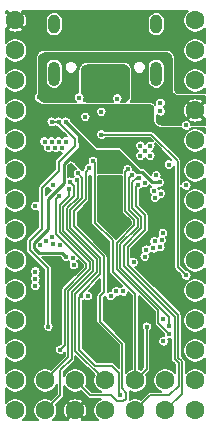
<source format=gbr>
G04 #@! TF.GenerationSoftware,KiCad,Pcbnew,5.1.9-1.fc33*
G04 #@! TF.CreationDate,2021-04-21T18:28:19+02:00*
G04 #@! TF.ProjectId,reDIP-SID,72654449-502d-4534-9944-2e6b69636164,0.2*
G04 #@! TF.SameCoordinates,PX5e28010PY8011a50*
G04 #@! TF.FileFunction,Copper,L3,Inr*
G04 #@! TF.FilePolarity,Positive*
%FSLAX46Y46*%
G04 Gerber Fmt 4.6, Leading zero omitted, Abs format (unit mm)*
G04 Created by KiCad (PCBNEW 5.1.9-1.fc33) date 2021-04-21 18:28:19*
%MOMM*%
%LPD*%
G01*
G04 APERTURE LIST*
G04 #@! TA.AperFunction,ComponentPad*
%ADD10O,1.000000X2.100000*%
G04 #@! TD*
G04 #@! TA.AperFunction,ComponentPad*
%ADD11O,1.000000X1.600000*%
G04 #@! TD*
G04 #@! TA.AperFunction,ComponentPad*
%ADD12C,1.600000*%
G04 #@! TD*
G04 #@! TA.AperFunction,ViaPad*
%ADD13C,0.450000*%
G04 #@! TD*
G04 #@! TA.AperFunction,Conductor*
%ADD14C,0.250000*%
G04 #@! TD*
G04 #@! TA.AperFunction,Conductor*
%ADD15C,0.150000*%
G04 #@! TD*
G04 #@! TA.AperFunction,Conductor*
%ADD16C,0.200000*%
G04 #@! TD*
G04 #@! TA.AperFunction,Conductor*
%ADD17C,0.100000*%
G04 #@! TD*
G04 APERTURE END LIST*
D10*
X4570000Y29790000D03*
X13210000Y29790000D03*
D11*
X13210000Y33970000D03*
X4570000Y33970000D03*
D12*
X16510000Y1270000D03*
X16510000Y3810000D03*
X16510000Y6350000D03*
X16510000Y8890000D03*
X16510000Y11430000D03*
X16510000Y13970000D03*
X16510000Y16510000D03*
X16510000Y19050000D03*
X16510000Y21590000D03*
X16510000Y24130000D03*
X3810000Y1270000D03*
X3810000Y3810000D03*
X6350000Y1270000D03*
X6350000Y3810000D03*
X8890000Y1270000D03*
X8890000Y3810000D03*
X11430000Y1270000D03*
X11430000Y3810000D03*
X13970000Y1270000D03*
X13970000Y3810000D03*
X1270000Y1270000D03*
X1270000Y3810000D03*
X1270000Y6350000D03*
X1270000Y8890000D03*
X1270000Y11430000D03*
X1270000Y13970000D03*
X1270000Y16510000D03*
X1270000Y19050000D03*
X1270000Y21590000D03*
X1270000Y24130000D03*
X16510000Y26670000D03*
X16510000Y29210000D03*
X16510000Y31750000D03*
X16510000Y34290000D03*
X1270000Y26670000D03*
X1270000Y29210000D03*
X1270000Y31750000D03*
X1270000Y34290000D03*
D13*
X12270000Y23250000D03*
X8890000Y7360000D03*
X7200000Y26120000D03*
X8890000Y9360000D03*
X12700000Y23670000D03*
X11850000Y22830000D03*
X12700000Y22830000D03*
X11850000Y23680000D03*
X9890000Y16300000D03*
X10900000Y17180000D03*
X8890000Y15290000D03*
X7900000Y16300000D03*
X7000000Y17180000D03*
X6260000Y5180000D03*
X15740000Y25400000D03*
X8740000Y19450000D03*
X3380000Y15240000D03*
X13550000Y15100000D03*
X15740000Y20320000D03*
X8890000Y17280000D03*
X2980000Y18570000D03*
X8550000Y26550000D03*
X4440000Y20340000D03*
X9900000Y27680000D03*
X13810000Y7130000D03*
X6680000Y27760000D03*
X13810000Y9030000D03*
X5550000Y24040000D03*
X4950000Y24040000D03*
X4350000Y24040000D03*
X3750000Y24040000D03*
X4050000Y23520000D03*
X4650000Y23520000D03*
X5250000Y23520000D03*
X14290000Y5080000D03*
X15990000Y5080000D03*
X3410000Y2540000D03*
X5990000Y21990000D03*
X4740000Y9620000D03*
X13170000Y7130000D03*
X12230000Y26130000D03*
X6830000Y13520000D03*
X13780000Y21740000D03*
X14000000Y17220000D03*
X3990000Y19890000D03*
X3750000Y25800000D03*
X3150000Y25800000D03*
X2980000Y19170000D03*
X13490000Y20580000D03*
X5550000Y14300000D03*
X5550000Y25710000D03*
X8490000Y27730000D03*
X10560000Y30170000D03*
X7220000Y30170000D03*
X11760000Y20970000D03*
X11640000Y20380000D03*
X9810000Y11350000D03*
X10410000Y11350000D03*
X12230000Y14290000D03*
X7410000Y10960000D03*
X2970000Y13030000D03*
X13570000Y19630000D03*
X13090000Y19270000D03*
X13060000Y15590000D03*
X12940000Y15000000D03*
X12350000Y14880000D03*
X6230000Y13580000D03*
X6140000Y14180000D03*
X2970000Y11810000D03*
X3840000Y15640000D03*
X4370000Y15940000D03*
X4480000Y15340000D03*
X5080000Y15240000D03*
X2970000Y12420000D03*
X13650000Y15700000D03*
X13760000Y16290000D03*
X13020000Y19870000D03*
X4350000Y25710000D03*
X4060000Y8360000D03*
X4950000Y25710000D03*
X11290000Y13820000D03*
X5070000Y6410000D03*
X4990000Y19420000D03*
X5790000Y20030000D03*
X5890000Y20640000D03*
X7550000Y21800000D03*
X6490000Y20740000D03*
X12410000Y8360000D03*
X7850000Y22400000D03*
X14280000Y22090000D03*
X13560000Y26600000D03*
X6810000Y10950000D03*
X6590000Y21340000D03*
X10160000Y2540000D03*
X9350000Y10960000D03*
X13560000Y27300000D03*
X13210000Y21170000D03*
X15740000Y12700000D03*
X8550000Y24630000D03*
X14310000Y8430000D03*
X12230000Y20530000D03*
X11140000Y21210000D03*
X14310000Y7730000D03*
X10780000Y21690000D03*
X3280000Y27770000D03*
X3880000Y27770000D03*
D14*
X3750000Y25800000D02*
X3150000Y25800000D01*
X13490000Y20580000D02*
X13490000Y20600000D01*
X12870002Y20600000D02*
X12000001Y21470001D01*
X13490000Y20600000D02*
X12870002Y20600000D01*
X12000001Y21470001D02*
X11729999Y21470001D01*
X11729999Y21470001D02*
X9950000Y23250000D01*
X9950000Y23250000D02*
X8010000Y23250000D01*
X7270000Y23990000D02*
X5550000Y25710000D01*
X8010000Y23250000D02*
X7270000Y23990000D01*
X5240000Y14610000D02*
X5550000Y14300000D01*
X3269998Y14610000D02*
X5240000Y14610000D01*
X2879999Y14999999D02*
X3269998Y14610000D01*
X4034999Y16635001D02*
X2879999Y15480001D01*
X4034999Y19205001D02*
X4034999Y16635001D01*
X5389999Y20560001D02*
X4034999Y19205001D01*
X5389999Y22109999D02*
X5389999Y20560001D01*
X2879999Y15480001D02*
X2879999Y14999999D01*
X7270000Y23990000D02*
X5389999Y22109999D01*
D15*
X11430000Y1270000D02*
X12700000Y2540000D01*
X11950019Y16715461D02*
X11950020Y17644536D01*
X11189999Y18404559D02*
X11189999Y20596001D01*
X12700000Y2540000D02*
X14290000Y2540000D01*
X14290000Y2540000D02*
X15090000Y3340000D01*
X11950020Y17644536D02*
X11189999Y18404559D01*
X15090000Y3340000D02*
X15089999Y5295723D01*
X15089999Y5295723D02*
X14760001Y5625721D01*
X14760001Y5625721D02*
X14760001Y9187365D01*
X14760001Y9187365D02*
X10469989Y13477377D01*
X10469989Y13477377D02*
X10469989Y15235433D01*
X10469989Y15235433D02*
X11950019Y16715461D01*
X11563998Y20970000D02*
X11760000Y20970000D01*
X11189999Y20596001D02*
X11563998Y20970000D01*
X12275028Y16580839D02*
X12275029Y17779158D01*
X10794999Y15100810D02*
X12275028Y16580839D01*
X10794999Y13611999D02*
X10794999Y15100810D01*
X15060011Y9346987D02*
X10794999Y13611999D01*
X15060011Y5749989D02*
X15060011Y9346987D01*
X11515009Y20255009D02*
X11640000Y20380000D01*
X12275029Y17779158D02*
X11515009Y18539182D01*
X15390008Y5419992D02*
X15060011Y5749989D01*
X11515009Y18539182D02*
X11515009Y20255009D01*
X15390008Y2690008D02*
X15390008Y5419992D01*
X13970000Y1270000D02*
X15390008Y2690008D01*
D16*
X4350000Y25710000D02*
X4950000Y25710000D01*
X4060000Y13289654D02*
X4060000Y8360000D01*
X2504990Y14844664D02*
X4060000Y13289654D01*
X3514999Y16645345D02*
X2504989Y15635335D01*
X3514999Y20124999D02*
X3514999Y16645345D01*
X4940000Y21550000D02*
X3514999Y20124999D01*
X2504989Y15635335D02*
X2504990Y14844664D01*
X6320000Y23680000D02*
X4940000Y22300000D01*
X6320000Y24236998D02*
X6320000Y23680000D01*
X4950000Y25606998D02*
X6320000Y24236998D01*
X4940000Y22300000D02*
X4940000Y21550000D01*
X4950000Y25710000D02*
X4950000Y25606998D01*
D15*
X4739940Y16249062D02*
X4739940Y19169940D01*
X7280001Y13709001D02*
X4739940Y16249062D01*
X7280001Y13330001D02*
X7280001Y13709001D01*
X5459969Y11509969D02*
X7280001Y13330001D01*
X4739940Y19169940D02*
X4990000Y19420000D01*
X5459969Y6799969D02*
X5459969Y11509969D01*
X5070000Y6410000D02*
X5459969Y6799969D01*
X7580010Y13205732D02*
X5759979Y11385701D01*
X7580011Y13833269D02*
X7580010Y13205732D01*
X5039950Y16373330D02*
X7580011Y13833269D01*
X5759979Y11385701D02*
X5759979Y5759979D01*
X5039950Y18639950D02*
X5039950Y16373330D01*
X5759979Y5759979D02*
X3810000Y3810000D01*
X5790000Y19390000D02*
X5039950Y18639950D01*
X5790000Y20030000D02*
X5790000Y19390000D01*
X6240001Y19415723D02*
X5339960Y18515682D01*
X6240001Y20289999D02*
X6240001Y19415723D01*
X5890000Y20640000D02*
X6240001Y20289999D01*
X6059989Y11261433D02*
X6059989Y5635711D01*
X5339960Y18515682D02*
X5339960Y16497598D01*
X5339960Y16497598D02*
X7880020Y13957536D01*
X5080000Y2540000D02*
X3810000Y1270000D01*
X7880020Y13957536D02*
X7880019Y13081463D01*
X7880019Y13081463D02*
X6059989Y11261433D01*
X6059989Y5635711D02*
X5080000Y4655722D01*
X5080000Y4655722D02*
X5080000Y2540000D01*
X7240010Y19142898D02*
X7240011Y21490011D01*
X7620000Y2540000D02*
X9380000Y2540000D01*
X6350000Y3810000D02*
X7620000Y2540000D01*
X9890000Y2030000D02*
X10410000Y2030000D01*
X10410000Y2030000D02*
X10660000Y2280000D01*
X10660000Y2280000D02*
X10660000Y2780000D01*
X6239990Y18142878D02*
X7240010Y19142898D01*
X10660000Y2780000D02*
X10310010Y3129990D01*
X7240011Y21490011D02*
X7550000Y21800000D01*
X9380000Y2540000D02*
X9890000Y2030000D01*
X8780047Y14330341D02*
X6239990Y16870398D01*
X6239990Y16870398D02*
X6239990Y18142878D01*
X10310010Y3129990D02*
X10310010Y6919990D01*
X8439999Y10949999D02*
X8780047Y11290047D01*
X8439999Y8790001D02*
X8439999Y10949999D01*
X10310010Y6919990D02*
X8439999Y8790001D01*
X8780047Y11290047D02*
X8780047Y14330341D01*
X6490000Y20740000D02*
X6540011Y20689989D01*
X5639970Y18391414D02*
X5639970Y16621862D01*
X6540011Y20689989D02*
X6540010Y19291454D01*
X8180028Y12957194D02*
X6359999Y11137165D01*
X6359999Y6340001D02*
X8890000Y3810000D01*
X6540010Y19291454D02*
X5639970Y18391414D01*
X5639970Y16621862D02*
X8180029Y14081803D01*
X8180029Y14081803D02*
X8180028Y12957194D01*
X6359999Y11137165D02*
X6359999Y6340001D01*
X12410000Y4790000D02*
X12410000Y8360000D01*
X11430000Y3810000D02*
X12410000Y4790000D01*
X11430000Y11110000D02*
X11430000Y3810000D01*
X9510000Y13030000D02*
X11430000Y11110000D01*
X9510000Y15670000D02*
X9510000Y13030000D01*
X8000001Y17179999D02*
X9510000Y15670000D01*
X8000001Y22249999D02*
X8000001Y17179999D01*
X7850000Y22400000D02*
X8000001Y22249999D01*
X8054278Y5070000D02*
X9420000Y5070000D01*
X6700000Y6424278D02*
X8054278Y5070000D01*
X6700000Y10840000D02*
X6700000Y6424278D01*
X6810000Y10950000D02*
X6700000Y10840000D01*
X6940001Y20989999D02*
X6940001Y19267167D01*
X6590000Y21340000D02*
X6940001Y20989999D01*
X6940001Y19267167D02*
X5939980Y18267146D01*
X6810000Y11162888D02*
X6810000Y10950000D01*
X5939980Y18267146D02*
X5939980Y16746130D01*
X5939980Y16746130D02*
X8480037Y14206073D01*
X8480037Y14206073D02*
X8480037Y12832925D01*
X8480037Y12832925D02*
X6810000Y11162888D01*
X9420000Y5070000D02*
X10010000Y4480000D01*
X10010000Y2690000D02*
X10160000Y2540000D01*
X10010000Y4480000D02*
X10010000Y2690000D01*
X15020000Y13420000D02*
X15740000Y12700000D01*
X15020000Y22380000D02*
X15020000Y13420000D01*
X12770000Y24630000D02*
X15020000Y22380000D01*
X8550000Y24630000D02*
X12770000Y24630000D01*
X10889989Y20959989D02*
X11140000Y21210000D01*
X10889989Y18280291D02*
X10889989Y20959989D01*
X10169981Y15359702D02*
X11650010Y16839730D01*
X10169981Y13353107D02*
X10169981Y15359702D01*
X14310000Y9213088D02*
X10169981Y13353107D01*
X11650011Y17520269D02*
X10889989Y18280291D01*
X11650010Y16839730D02*
X11650011Y17520269D01*
X14310000Y8430000D02*
X14310000Y9213088D01*
X10589979Y21499979D02*
X10780000Y21690000D01*
X10589979Y18156023D02*
X10589979Y21499979D01*
X11350001Y17396001D02*
X10589979Y18156023D01*
X11350001Y16963999D02*
X11350001Y17396001D01*
X9869971Y15483970D02*
X11350001Y16963999D01*
X9869971Y13228839D02*
X9869971Y15483970D01*
X13359999Y9738811D02*
X9869971Y13228839D01*
X13359999Y8680001D02*
X13359999Y9738811D01*
X14310000Y7730000D02*
X13359999Y8680001D01*
D14*
X3280000Y27770000D02*
X3880000Y27770000D01*
X3360000Y27850000D02*
X3280000Y27770000D01*
X16510000Y26670000D02*
X15790000Y27390000D01*
X4030000Y31330000D02*
X3360000Y30660000D01*
X15790000Y27390000D02*
X14900000Y27390000D01*
X3360000Y30660000D02*
X3360000Y27850000D01*
X14900000Y27390000D02*
X14450000Y27840000D01*
X14450000Y27840000D02*
X14450000Y30590000D01*
X14450000Y30590000D02*
X13710000Y31330000D01*
X13710000Y31330000D02*
X4030000Y31330000D01*
D15*
X617747Y35012964D02*
X1270000Y34360711D01*
X1922253Y35012964D01*
X1876537Y35085000D01*
X15855430Y35085000D01*
X15713830Y34943400D01*
X15601656Y34775520D01*
X15524390Y34588982D01*
X15485000Y34390954D01*
X15485000Y34189046D01*
X15524390Y33991018D01*
X15601656Y33804480D01*
X15713830Y33636600D01*
X15856600Y33493830D01*
X16024480Y33381656D01*
X16211018Y33304390D01*
X16409046Y33265000D01*
X16610954Y33265000D01*
X16808982Y33304390D01*
X16995520Y33381656D01*
X17163400Y33493830D01*
X17305001Y33635431D01*
X17305001Y32404569D01*
X17163400Y32546170D01*
X16995520Y32658344D01*
X16808982Y32735610D01*
X16610954Y32775000D01*
X16409046Y32775000D01*
X16211018Y32735610D01*
X16024480Y32658344D01*
X15856600Y32546170D01*
X15713830Y32403400D01*
X15601656Y32235520D01*
X15524390Y32048982D01*
X15485000Y31850954D01*
X15485000Y31649046D01*
X15524390Y31451018D01*
X15601656Y31264480D01*
X15713830Y31096600D01*
X15856600Y30953830D01*
X16024480Y30841656D01*
X16211018Y30764390D01*
X16409046Y30725000D01*
X16610954Y30725000D01*
X16808982Y30764390D01*
X16995520Y30841656D01*
X17163400Y30953830D01*
X17305001Y31095431D01*
X17305001Y29864569D01*
X17163400Y30006170D01*
X16995520Y30118344D01*
X16808982Y30195610D01*
X16610954Y30235000D01*
X16409046Y30235000D01*
X16211018Y30195610D01*
X16024480Y30118344D01*
X15856600Y30006170D01*
X15713830Y29863400D01*
X15601656Y29695520D01*
X15524390Y29508982D01*
X15485000Y29310954D01*
X15485000Y29109046D01*
X15524390Y28911018D01*
X15601656Y28724480D01*
X15713830Y28556600D01*
X15856600Y28413830D01*
X16024480Y28301656D01*
X16211018Y28224390D01*
X16409046Y28185000D01*
X16610954Y28185000D01*
X16808982Y28224390D01*
X16995520Y28301656D01*
X17163400Y28413830D01*
X17305001Y28555431D01*
X17305001Y28154860D01*
X17280285Y28156558D01*
X15085257Y28163396D01*
X14999898Y28174902D01*
X14934136Y28202375D01*
X14877727Y28245925D01*
X14834508Y28302589D01*
X14807422Y28368512D01*
X14800000Y28426128D01*
X14800000Y29754620D01*
X14803618Y31068003D01*
X14801767Y31097429D01*
X14785027Y31227106D01*
X14769930Y31283973D01*
X14720143Y31404877D01*
X14690817Y31455888D01*
X14611386Y31559750D01*
X14569837Y31601413D01*
X14466194Y31681130D01*
X14415264Y31710597D01*
X14294498Y31760717D01*
X14237672Y31775971D01*
X14108041Y31793068D01*
X14078621Y31795000D01*
X3710000Y31795000D01*
X3680632Y31793075D01*
X3551222Y31776038D01*
X3494486Y31760836D01*
X3373896Y31710886D01*
X3323028Y31681517D01*
X3219475Y31602057D01*
X3177943Y31560525D01*
X3098483Y31456972D01*
X3069114Y31406104D01*
X3019164Y31285514D01*
X3003962Y31228778D01*
X2986925Y31099368D01*
X2985000Y31070000D01*
X2985000Y28111396D01*
X2930462Y28056858D01*
X2881215Y27983155D01*
X2847294Y27901260D01*
X2830000Y27814321D01*
X2830000Y27725679D01*
X2847294Y27638740D01*
X2881215Y27556845D01*
X2930462Y27483142D01*
X2993142Y27420462D01*
X3066845Y27371215D01*
X3148740Y27337294D01*
X3199767Y27327144D01*
X3219194Y27307697D01*
X3322635Y27228228D01*
X3373448Y27198846D01*
X3493924Y27148836D01*
X3550613Y27133595D01*
X3679924Y27116450D01*
X3709271Y27114498D01*
X9394815Y27108784D01*
X10448236Y27106221D01*
X10471663Y27107701D01*
X12648154Y27105514D01*
X12733241Y27094269D01*
X12798858Y27067131D01*
X12855258Y27023994D01*
X12898632Y26967770D01*
X12926043Y26902265D01*
X12937640Y26817226D01*
X12942433Y25887345D01*
X12944502Y25858041D01*
X12962141Y25728961D01*
X12977578Y25672406D01*
X13027964Y25552264D01*
X13057488Y25501615D01*
X13137201Y25398568D01*
X13178808Y25357264D01*
X13282437Y25278308D01*
X13333301Y25249156D01*
X13453809Y25199652D01*
X13510477Y25184630D01*
X13639683Y25167938D01*
X13669000Y25166085D01*
X15352641Y25169745D01*
X15390462Y25113142D01*
X15453142Y25050462D01*
X15526845Y25001215D01*
X15608740Y24967294D01*
X15695679Y24950000D01*
X15784321Y24950000D01*
X15871260Y24967294D01*
X15953155Y25001215D01*
X16026858Y25050462D01*
X16089538Y25113142D01*
X16128486Y25171432D01*
X17273544Y25173921D01*
X17302794Y25175894D01*
X17305001Y25176188D01*
X17305001Y24784569D01*
X17163400Y24926170D01*
X16995520Y25038344D01*
X16808982Y25115610D01*
X16610954Y25155000D01*
X16409046Y25155000D01*
X16211018Y25115610D01*
X16024480Y25038344D01*
X15856600Y24926170D01*
X15713830Y24783400D01*
X15601656Y24615520D01*
X15524390Y24428982D01*
X15485000Y24230954D01*
X15485000Y24029046D01*
X15524390Y23831018D01*
X15601656Y23644480D01*
X15713830Y23476600D01*
X15856600Y23333830D01*
X16024480Y23221656D01*
X16211018Y23144390D01*
X16409046Y23105000D01*
X16610954Y23105000D01*
X16808982Y23144390D01*
X16995520Y23221656D01*
X17163400Y23333830D01*
X17305001Y23475431D01*
X17305001Y22244569D01*
X17163400Y22386170D01*
X16995520Y22498344D01*
X16808982Y22575610D01*
X16610954Y22615000D01*
X16409046Y22615000D01*
X16211018Y22575610D01*
X16024480Y22498344D01*
X15856600Y22386170D01*
X15713830Y22243400D01*
X15601656Y22075520D01*
X15524390Y21888982D01*
X15485000Y21690954D01*
X15485000Y21489046D01*
X15524390Y21291018D01*
X15601656Y21104480D01*
X15713830Y20936600D01*
X15856600Y20793830D01*
X16024480Y20681656D01*
X16211018Y20604390D01*
X16409046Y20565000D01*
X16610954Y20565000D01*
X16808982Y20604390D01*
X16995520Y20681656D01*
X17163400Y20793830D01*
X17305001Y20935431D01*
X17305001Y19704569D01*
X17163400Y19846170D01*
X16995520Y19958344D01*
X16808982Y20035610D01*
X16610954Y20075000D01*
X16409046Y20075000D01*
X16211018Y20035610D01*
X16024480Y19958344D01*
X15856600Y19846170D01*
X15713830Y19703400D01*
X15601656Y19535520D01*
X15524390Y19348982D01*
X15485000Y19150954D01*
X15485000Y18949046D01*
X15524390Y18751018D01*
X15601656Y18564480D01*
X15713830Y18396600D01*
X15856600Y18253830D01*
X16024480Y18141656D01*
X16211018Y18064390D01*
X16409046Y18025000D01*
X16610954Y18025000D01*
X16808982Y18064390D01*
X16995520Y18141656D01*
X17163400Y18253830D01*
X17305001Y18395431D01*
X17305000Y17164570D01*
X17163400Y17306170D01*
X16995520Y17418344D01*
X16808982Y17495610D01*
X16610954Y17535000D01*
X16409046Y17535000D01*
X16211018Y17495610D01*
X16024480Y17418344D01*
X15856600Y17306170D01*
X15713830Y17163400D01*
X15601656Y16995520D01*
X15524390Y16808982D01*
X15485000Y16610954D01*
X15485000Y16409046D01*
X15524390Y16211018D01*
X15601656Y16024480D01*
X15713830Y15856600D01*
X15856600Y15713830D01*
X16024480Y15601656D01*
X16211018Y15524390D01*
X16409046Y15485000D01*
X16610954Y15485000D01*
X16808982Y15524390D01*
X16995520Y15601656D01*
X17163400Y15713830D01*
X17305000Y15855430D01*
X17305000Y14624570D01*
X17163400Y14766170D01*
X16995520Y14878344D01*
X16808982Y14955610D01*
X16610954Y14995000D01*
X16409046Y14995000D01*
X16211018Y14955610D01*
X16024480Y14878344D01*
X15856600Y14766170D01*
X15713830Y14623400D01*
X15601656Y14455520D01*
X15524390Y14268982D01*
X15485000Y14070954D01*
X15485000Y13869046D01*
X15524390Y13671018D01*
X15601656Y13484480D01*
X15713830Y13316600D01*
X15856600Y13173830D01*
X16024480Y13061656D01*
X16211018Y12984390D01*
X16409046Y12945000D01*
X16610954Y12945000D01*
X16808982Y12984390D01*
X16995520Y13061656D01*
X17163400Y13173830D01*
X17305000Y13315430D01*
X17305000Y12084570D01*
X17163400Y12226170D01*
X16995520Y12338344D01*
X16808982Y12415610D01*
X16610954Y12455000D01*
X16409046Y12455000D01*
X16211018Y12415610D01*
X16024480Y12338344D01*
X15856600Y12226170D01*
X15713830Y12083400D01*
X15601656Y11915520D01*
X15524390Y11728982D01*
X15485000Y11530954D01*
X15485000Y11329046D01*
X15524390Y11131018D01*
X15601656Y10944480D01*
X15713830Y10776600D01*
X15856600Y10633830D01*
X16024480Y10521656D01*
X16211018Y10444390D01*
X16409046Y10405000D01*
X16610954Y10405000D01*
X16808982Y10444390D01*
X16995520Y10521656D01*
X17163400Y10633830D01*
X17305000Y10775430D01*
X17305000Y9544570D01*
X17163400Y9686170D01*
X16995520Y9798344D01*
X16808982Y9875610D01*
X16610954Y9915000D01*
X16409046Y9915000D01*
X16211018Y9875610D01*
X16024480Y9798344D01*
X15856600Y9686170D01*
X15713830Y9543400D01*
X15601656Y9375520D01*
X15524390Y9188982D01*
X15485000Y8990954D01*
X15485000Y8789046D01*
X15524390Y8591018D01*
X15601656Y8404480D01*
X15713830Y8236600D01*
X15856600Y8093830D01*
X16024480Y7981656D01*
X16211018Y7904390D01*
X16409046Y7865000D01*
X16610954Y7865000D01*
X16808982Y7904390D01*
X16995520Y7981656D01*
X17163400Y8093830D01*
X17305000Y8235430D01*
X17305000Y7004570D01*
X17163400Y7146170D01*
X16995520Y7258344D01*
X16808982Y7335610D01*
X16610954Y7375000D01*
X16409046Y7375000D01*
X16211018Y7335610D01*
X16024480Y7258344D01*
X15856600Y7146170D01*
X15713830Y7003400D01*
X15601656Y6835520D01*
X15524390Y6648982D01*
X15485000Y6450954D01*
X15485000Y6249046D01*
X15524390Y6051018D01*
X15601656Y5864480D01*
X15713830Y5696600D01*
X15856600Y5553830D01*
X16024480Y5441656D01*
X16211018Y5364390D01*
X16409046Y5325000D01*
X16610954Y5325000D01*
X16808982Y5364390D01*
X16995520Y5441656D01*
X17163400Y5553830D01*
X17305000Y5695430D01*
X17305000Y4464570D01*
X17163400Y4606170D01*
X16995520Y4718344D01*
X16808982Y4795610D01*
X16610954Y4835000D01*
X16409046Y4835000D01*
X16211018Y4795610D01*
X16024480Y4718344D01*
X15856600Y4606170D01*
X15713830Y4463400D01*
X15690008Y4427748D01*
X15690008Y5405270D01*
X15691458Y5419993D01*
X15690008Y5434716D01*
X15690008Y5434725D01*
X15685667Y5478802D01*
X15668512Y5535352D01*
X15655544Y5559613D01*
X15640655Y5587470D01*
X15612557Y5621707D01*
X15603166Y5633150D01*
X15591723Y5642541D01*
X15360011Y5874252D01*
X15360011Y9332257D01*
X15361462Y9346987D01*
X15360011Y9361720D01*
X15355670Y9405797D01*
X15338515Y9462347D01*
X15338515Y9462348D01*
X15310658Y9514465D01*
X15282560Y9548702D01*
X15273169Y9560145D01*
X15261726Y9569536D01*
X11437316Y13393945D01*
X11503155Y13421215D01*
X11576858Y13470462D01*
X11639538Y13533142D01*
X11688785Y13606845D01*
X11722706Y13688740D01*
X11740000Y13775679D01*
X11740000Y13864321D01*
X11722706Y13951260D01*
X11688785Y14033155D01*
X11639538Y14106858D01*
X11576858Y14169538D01*
X11503155Y14218785D01*
X11421260Y14252706D01*
X11334321Y14270000D01*
X11245679Y14270000D01*
X11158740Y14252706D01*
X11094999Y14226304D01*
X11094999Y14334321D01*
X11780000Y14334321D01*
X11780000Y14245679D01*
X11797294Y14158740D01*
X11831215Y14076845D01*
X11880462Y14003142D01*
X11943142Y13940462D01*
X12016845Y13891215D01*
X12098740Y13857294D01*
X12185679Y13840000D01*
X12274321Y13840000D01*
X12361260Y13857294D01*
X12443155Y13891215D01*
X12516858Y13940462D01*
X12579538Y14003142D01*
X12628785Y14076845D01*
X12662706Y14158740D01*
X12680000Y14245679D01*
X12680000Y14334321D01*
X12662706Y14421260D01*
X12628785Y14503155D01*
X12618663Y14518304D01*
X12636858Y14530462D01*
X12699538Y14593142D01*
X12711696Y14611337D01*
X12726845Y14601215D01*
X12808740Y14567294D01*
X12895679Y14550000D01*
X12984321Y14550000D01*
X13071260Y14567294D01*
X13153155Y14601215D01*
X13226858Y14650462D01*
X13289538Y14713142D01*
X13298630Y14726749D01*
X13336845Y14701215D01*
X13418740Y14667294D01*
X13505679Y14650000D01*
X13594321Y14650000D01*
X13681260Y14667294D01*
X13763155Y14701215D01*
X13836858Y14750462D01*
X13899538Y14813142D01*
X13948785Y14886845D01*
X13982706Y14968740D01*
X14000000Y15055679D01*
X14000000Y15144321D01*
X13982706Y15231260D01*
X13948785Y15313155D01*
X13927870Y15344456D01*
X13936858Y15350462D01*
X13999538Y15413142D01*
X14048785Y15486845D01*
X14082706Y15568740D01*
X14100000Y15655679D01*
X14100000Y15744321D01*
X14082706Y15831260D01*
X14048785Y15913155D01*
X14035576Y15932924D01*
X14046858Y15940462D01*
X14109538Y16003142D01*
X14158785Y16076845D01*
X14192706Y16158740D01*
X14210000Y16245679D01*
X14210000Y16334321D01*
X14192706Y16421260D01*
X14158785Y16503155D01*
X14109538Y16576858D01*
X14046858Y16639538D01*
X13973155Y16688785D01*
X13891260Y16722706D01*
X13804321Y16740000D01*
X13715679Y16740000D01*
X13628740Y16722706D01*
X13546845Y16688785D01*
X13473142Y16639538D01*
X13410462Y16576858D01*
X13361215Y16503155D01*
X13327294Y16421260D01*
X13310000Y16334321D01*
X13310000Y16245679D01*
X13327294Y16158740D01*
X13361215Y16076845D01*
X13374424Y16057076D01*
X13363142Y16049538D01*
X13300462Y15986858D01*
X13292924Y15975576D01*
X13273155Y15988785D01*
X13191260Y16022706D01*
X13104321Y16040000D01*
X13015679Y16040000D01*
X12928740Y16022706D01*
X12846845Y15988785D01*
X12773142Y15939538D01*
X12710462Y15876858D01*
X12661215Y15803155D01*
X12627294Y15721260D01*
X12610000Y15634321D01*
X12610000Y15545679D01*
X12627294Y15458740D01*
X12661215Y15376845D01*
X12671337Y15361696D01*
X12653142Y15349538D01*
X12590462Y15286858D01*
X12578304Y15268663D01*
X12563155Y15278785D01*
X12481260Y15312706D01*
X12394321Y15330000D01*
X12305679Y15330000D01*
X12218740Y15312706D01*
X12136845Y15278785D01*
X12063142Y15229538D01*
X12000462Y15166858D01*
X11951215Y15093155D01*
X11917294Y15011260D01*
X11900000Y14924321D01*
X11900000Y14835679D01*
X11917294Y14748740D01*
X11951215Y14666845D01*
X11961337Y14651696D01*
X11943142Y14639538D01*
X11880462Y14576858D01*
X11831215Y14503155D01*
X11797294Y14421260D01*
X11780000Y14334321D01*
X11094999Y14334321D01*
X11094999Y14976547D01*
X12476748Y16358295D01*
X12488185Y16367681D01*
X12497571Y16379118D01*
X12497577Y16379124D01*
X12525675Y16413361D01*
X12553531Y16465478D01*
X12570686Y16522028D01*
X12576478Y16580838D01*
X12575027Y16595571D01*
X12575029Y17764437D01*
X12576479Y17779158D01*
X12575029Y17793881D01*
X12575029Y17793890D01*
X12570688Y17837967D01*
X12553533Y17894517D01*
X12545082Y17910328D01*
X12525676Y17946636D01*
X12497579Y17980872D01*
X12497573Y17980878D01*
X12488187Y17992315D01*
X12476750Y18001701D01*
X11815009Y18663445D01*
X11815009Y19965415D01*
X11853155Y19981215D01*
X11926858Y20030462D01*
X11989538Y20093142D01*
X12015554Y20132078D01*
X12016845Y20131215D01*
X12098740Y20097294D01*
X12185679Y20080000D01*
X12274321Y20080000D01*
X12361260Y20097294D01*
X12443155Y20131215D01*
X12516858Y20180462D01*
X12579538Y20243142D01*
X12628785Y20316845D01*
X12637546Y20337997D01*
X12674612Y20307578D01*
X12735415Y20275078D01*
X12781376Y20261136D01*
X12791019Y20258211D01*
X12733142Y20219538D01*
X12670462Y20156858D01*
X12621215Y20083155D01*
X12587294Y20001260D01*
X12570000Y19914321D01*
X12570000Y19825679D01*
X12587294Y19738740D01*
X12621215Y19656845D01*
X12670462Y19583142D01*
X12722952Y19530652D01*
X12691215Y19483155D01*
X12657294Y19401260D01*
X12640000Y19314321D01*
X12640000Y19225679D01*
X12657294Y19138740D01*
X12691215Y19056845D01*
X12740462Y18983142D01*
X12803142Y18920462D01*
X12876845Y18871215D01*
X12958740Y18837294D01*
X13045679Y18820000D01*
X13134321Y18820000D01*
X13221260Y18837294D01*
X13303155Y18871215D01*
X13376858Y18920462D01*
X13439538Y18983142D01*
X13488785Y19056845D01*
X13522706Y19138740D01*
X13530913Y19180000D01*
X13614321Y19180000D01*
X13701260Y19197294D01*
X13783155Y19231215D01*
X13856858Y19280462D01*
X13919538Y19343142D01*
X13968785Y19416845D01*
X14002706Y19498740D01*
X14020000Y19585679D01*
X14020000Y19674321D01*
X14002706Y19761260D01*
X13968785Y19843155D01*
X13919538Y19916858D01*
X13856858Y19979538D01*
X13783155Y20028785D01*
X13701260Y20062706D01*
X13614321Y20080000D01*
X13525679Y20080000D01*
X13438740Y20062706D01*
X13428937Y20058646D01*
X13418785Y20083155D01*
X13378563Y20143351D01*
X13445679Y20130000D01*
X13534321Y20130000D01*
X13621260Y20147294D01*
X13703155Y20181215D01*
X13776858Y20230462D01*
X13839538Y20293142D01*
X13888785Y20366845D01*
X13922706Y20448740D01*
X13940000Y20535679D01*
X13940000Y20624321D01*
X13922706Y20711260D01*
X13888785Y20793155D01*
X13839538Y20866858D01*
X13776858Y20929538D01*
X13703155Y20978785D01*
X13630361Y21008936D01*
X13642706Y21038740D01*
X13660000Y21125679D01*
X13660000Y21214321D01*
X13642706Y21301260D01*
X13608785Y21383155D01*
X13559538Y21456858D01*
X13496858Y21519538D01*
X13423155Y21568785D01*
X13341260Y21602706D01*
X13254321Y21620000D01*
X13165679Y21620000D01*
X13078740Y21602706D01*
X12996845Y21568785D01*
X12923142Y21519538D01*
X12860462Y21456858D01*
X12811215Y21383155D01*
X12777294Y21301260D01*
X12760000Y21214321D01*
X12760000Y21204976D01*
X12259654Y21705321D01*
X12248686Y21718686D01*
X12195391Y21762423D01*
X12134588Y21794923D01*
X12068613Y21814936D01*
X12017190Y21820001D01*
X12017189Y21820001D01*
X12000001Y21821694D01*
X11982813Y21820001D01*
X11874974Y21820001D01*
X10209653Y23485320D01*
X10198685Y23498685D01*
X10145390Y23542422D01*
X10084587Y23574922D01*
X10018612Y23594935D01*
X9967189Y23600000D01*
X9967188Y23600000D01*
X9950000Y23601693D01*
X9932812Y23600000D01*
X8154974Y23600000D01*
X7529650Y24225323D01*
X7529641Y24225334D01*
X7529634Y24225341D01*
X7518684Y24238684D01*
X7505341Y24249634D01*
X7080654Y24674321D01*
X8100000Y24674321D01*
X8100000Y24585679D01*
X8117294Y24498740D01*
X8151215Y24416845D01*
X8200462Y24343142D01*
X8263142Y24280462D01*
X8336845Y24231215D01*
X8418740Y24197294D01*
X8505679Y24180000D01*
X8594321Y24180000D01*
X8681260Y24197294D01*
X8763155Y24231215D01*
X8836858Y24280462D01*
X8886396Y24330000D01*
X12645737Y24330000D01*
X12902566Y24073171D01*
X12831260Y24102706D01*
X12744321Y24120000D01*
X12655679Y24120000D01*
X12568740Y24102706D01*
X12486845Y24068785D01*
X12413142Y24019538D01*
X12350462Y23956858D01*
X12301215Y23883155D01*
X12277071Y23824864D01*
X12248785Y23893155D01*
X12199538Y23966858D01*
X12136858Y24029538D01*
X12063155Y24078785D01*
X11981260Y24112706D01*
X11894321Y24130000D01*
X11805679Y24130000D01*
X11718740Y24112706D01*
X11636845Y24078785D01*
X11563142Y24029538D01*
X11500462Y23966858D01*
X11451215Y23893155D01*
X11417294Y23811260D01*
X11400000Y23724321D01*
X11400000Y23635679D01*
X11417294Y23548740D01*
X11451215Y23466845D01*
X11500462Y23393142D01*
X11563142Y23330462D01*
X11636845Y23281215D01*
X11700136Y23255000D01*
X11636845Y23228785D01*
X11563142Y23179538D01*
X11500462Y23116858D01*
X11451215Y23043155D01*
X11417294Y22961260D01*
X11400000Y22874321D01*
X11400000Y22785679D01*
X11417294Y22698740D01*
X11451215Y22616845D01*
X11500462Y22543142D01*
X11563142Y22480462D01*
X11636845Y22431215D01*
X11718740Y22397294D01*
X11805679Y22380000D01*
X11894321Y22380000D01*
X11981260Y22397294D01*
X12063155Y22431215D01*
X12136858Y22480462D01*
X12199538Y22543142D01*
X12248785Y22616845D01*
X12275000Y22680136D01*
X12301215Y22616845D01*
X12350462Y22543142D01*
X12413142Y22480462D01*
X12486845Y22431215D01*
X12568740Y22397294D01*
X12655679Y22380000D01*
X12744321Y22380000D01*
X12831260Y22397294D01*
X12913155Y22431215D01*
X12986858Y22480462D01*
X13049538Y22543142D01*
X13098785Y22616845D01*
X13132706Y22698740D01*
X13150000Y22785679D01*
X13150000Y22874321D01*
X13132706Y22961260D01*
X13098785Y23043155D01*
X13049538Y23116858D01*
X12986858Y23179538D01*
X12913155Y23228785D01*
X12861936Y23250000D01*
X12913155Y23271215D01*
X12986858Y23320462D01*
X13049538Y23383142D01*
X13098785Y23456845D01*
X13132706Y23538740D01*
X13150000Y23625679D01*
X13150000Y23714321D01*
X13132706Y23801260D01*
X13103171Y23872566D01*
X14482565Y22493172D01*
X14411260Y22522706D01*
X14324321Y22540000D01*
X14235679Y22540000D01*
X14148740Y22522706D01*
X14066845Y22488785D01*
X13993142Y22439538D01*
X13930462Y22376858D01*
X13881215Y22303155D01*
X13847294Y22221260D01*
X13830000Y22134321D01*
X13830000Y22045679D01*
X13847294Y21958740D01*
X13881215Y21876845D01*
X13930462Y21803142D01*
X13993142Y21740462D01*
X14066845Y21691215D01*
X14148740Y21657294D01*
X14235679Y21640000D01*
X14324321Y21640000D01*
X14411260Y21657294D01*
X14493155Y21691215D01*
X14566858Y21740462D01*
X14629538Y21803142D01*
X14678785Y21876845D01*
X14712706Y21958740D01*
X14720000Y21995408D01*
X14720001Y13434733D01*
X14718550Y13420000D01*
X14724342Y13361190D01*
X14741497Y13304640D01*
X14769353Y13252523D01*
X14797451Y13218286D01*
X14806843Y13206842D01*
X14818285Y13197452D01*
X15290000Y12725736D01*
X15290000Y12655679D01*
X15307294Y12568740D01*
X15341215Y12486845D01*
X15390462Y12413142D01*
X15453142Y12350462D01*
X15526845Y12301215D01*
X15608740Y12267294D01*
X15695679Y12250000D01*
X15784321Y12250000D01*
X15871260Y12267294D01*
X15953155Y12301215D01*
X16026858Y12350462D01*
X16089538Y12413142D01*
X16138785Y12486845D01*
X16172706Y12568740D01*
X16190000Y12655679D01*
X16190000Y12744321D01*
X16172706Y12831260D01*
X16138785Y12913155D01*
X16089538Y12986858D01*
X16026858Y13049538D01*
X15953155Y13098785D01*
X15871260Y13132706D01*
X15784321Y13150000D01*
X15714264Y13150000D01*
X15320000Y13544263D01*
X15320000Y20158064D01*
X15341215Y20106845D01*
X15390462Y20033142D01*
X15453142Y19970462D01*
X15526845Y19921215D01*
X15608740Y19887294D01*
X15695679Y19870000D01*
X15784321Y19870000D01*
X15871260Y19887294D01*
X15953155Y19921215D01*
X16026858Y19970462D01*
X16089538Y20033142D01*
X16138785Y20106845D01*
X16172706Y20188740D01*
X16190000Y20275679D01*
X16190000Y20364321D01*
X16172706Y20451260D01*
X16138785Y20533155D01*
X16089538Y20606858D01*
X16026858Y20669538D01*
X15953155Y20718785D01*
X15871260Y20752706D01*
X15784321Y20770000D01*
X15695679Y20770000D01*
X15608740Y20752706D01*
X15526845Y20718785D01*
X15453142Y20669538D01*
X15390462Y20606858D01*
X15341215Y20533155D01*
X15320000Y20481936D01*
X15320000Y22365270D01*
X15321451Y22380000D01*
X15320000Y22394733D01*
X15315659Y22438810D01*
X15298504Y22495360D01*
X15295679Y22500646D01*
X15270647Y22547478D01*
X15242550Y22581714D01*
X15242549Y22581715D01*
X15233158Y22593158D01*
X15221717Y22602547D01*
X12992553Y24831710D01*
X12983158Y24843158D01*
X12937477Y24880647D01*
X12885360Y24908504D01*
X12828810Y24925659D01*
X12784733Y24930000D01*
X12784723Y24930000D01*
X12770000Y24931450D01*
X12755277Y24930000D01*
X8886396Y24930000D01*
X8836858Y24979538D01*
X8763155Y25028785D01*
X8681260Y25062706D01*
X8594321Y25080000D01*
X8505679Y25080000D01*
X8418740Y25062706D01*
X8336845Y25028785D01*
X8263142Y24979538D01*
X8200462Y24916858D01*
X8151215Y24843155D01*
X8117294Y24761260D01*
X8100000Y24674321D01*
X7080654Y24674321D01*
X5999838Y25755135D01*
X5982706Y25841260D01*
X5948785Y25923155D01*
X5899538Y25996858D01*
X5836858Y26059538D01*
X5763155Y26108785D01*
X5681260Y26142706D01*
X5594321Y26160000D01*
X5505679Y26160000D01*
X5418740Y26142706D01*
X5336845Y26108785D01*
X5263142Y26059538D01*
X5250000Y26046396D01*
X5236858Y26059538D01*
X5163155Y26108785D01*
X5081260Y26142706D01*
X4994321Y26160000D01*
X4905679Y26160000D01*
X4818740Y26142706D01*
X4736845Y26108785D01*
X4663142Y26059538D01*
X4650000Y26046396D01*
X4636858Y26059538D01*
X4563155Y26108785D01*
X4481260Y26142706D01*
X4394321Y26160000D01*
X4305679Y26160000D01*
X4218740Y26142706D01*
X4136845Y26108785D01*
X4063142Y26059538D01*
X4000462Y25996858D01*
X3951215Y25923155D01*
X3917294Y25841260D01*
X3900000Y25754321D01*
X3900000Y25665679D01*
X3917294Y25578740D01*
X3951215Y25496845D01*
X4000462Y25423142D01*
X4063142Y25360462D01*
X4136845Y25311215D01*
X4218740Y25277294D01*
X4305679Y25260000D01*
X4394321Y25260000D01*
X4481260Y25277294D01*
X4563155Y25311215D01*
X4636858Y25360462D01*
X4650000Y25373604D01*
X4663142Y25360462D01*
X4736845Y25311215D01*
X4818740Y25277294D01*
X4820420Y25276960D01*
X5610621Y24486758D01*
X5594321Y24490000D01*
X5505679Y24490000D01*
X5418740Y24472706D01*
X5336845Y24438785D01*
X5263142Y24389538D01*
X5250000Y24376396D01*
X5236858Y24389538D01*
X5163155Y24438785D01*
X5081260Y24472706D01*
X4994321Y24490000D01*
X4905679Y24490000D01*
X4818740Y24472706D01*
X4736845Y24438785D01*
X4663142Y24389538D01*
X4650000Y24376396D01*
X4636858Y24389538D01*
X4563155Y24438785D01*
X4481260Y24472706D01*
X4394321Y24490000D01*
X4305679Y24490000D01*
X4218740Y24472706D01*
X4136845Y24438785D01*
X4063142Y24389538D01*
X4050000Y24376396D01*
X4036858Y24389538D01*
X3963155Y24438785D01*
X3881260Y24472706D01*
X3794321Y24490000D01*
X3705679Y24490000D01*
X3618740Y24472706D01*
X3536845Y24438785D01*
X3463142Y24389538D01*
X3400462Y24326858D01*
X3351215Y24253155D01*
X3317294Y24171260D01*
X3300000Y24084321D01*
X3300000Y23995679D01*
X3317294Y23908740D01*
X3351215Y23826845D01*
X3400462Y23753142D01*
X3463142Y23690462D01*
X3536845Y23641215D01*
X3609324Y23611194D01*
X3600000Y23564321D01*
X3600000Y23475679D01*
X3617294Y23388740D01*
X3651215Y23306845D01*
X3700462Y23233142D01*
X3763142Y23170462D01*
X3836845Y23121215D01*
X3918740Y23087294D01*
X4005679Y23070000D01*
X4094321Y23070000D01*
X4181260Y23087294D01*
X4263155Y23121215D01*
X4336858Y23170462D01*
X4350000Y23183604D01*
X4363142Y23170462D01*
X4436845Y23121215D01*
X4518740Y23087294D01*
X4605679Y23070000D01*
X4694321Y23070000D01*
X4781260Y23087294D01*
X4863155Y23121215D01*
X4936858Y23170462D01*
X4950000Y23183604D01*
X4963142Y23170462D01*
X5036845Y23121215D01*
X5118740Y23087294D01*
X5205679Y23070000D01*
X5250381Y23070000D01*
X4721483Y22541101D01*
X4709079Y22530921D01*
X4668465Y22481433D01*
X4643604Y22434921D01*
X4638287Y22424973D01*
X4620204Y22365360D01*
X4619703Y22363710D01*
X4615000Y22315960D01*
X4615000Y22315953D01*
X4613429Y22300000D01*
X4615000Y22284046D01*
X4615001Y21684621D01*
X3296482Y20366100D01*
X3284078Y20355920D01*
X3243464Y20306432D01*
X3223853Y20269742D01*
X3213286Y20249972D01*
X3195094Y20190000D01*
X3194702Y20188709D01*
X3189999Y20140959D01*
X3189999Y20140952D01*
X3188428Y20124999D01*
X3189999Y20109046D01*
X3189999Y18970092D01*
X3111260Y19002706D01*
X3024321Y19020000D01*
X2935679Y19020000D01*
X2848740Y19002706D01*
X2766845Y18968785D01*
X2693142Y18919538D01*
X2630462Y18856858D01*
X2581215Y18783155D01*
X2547294Y18701260D01*
X2530000Y18614321D01*
X2530000Y18525679D01*
X2547294Y18438740D01*
X2581215Y18356845D01*
X2630462Y18283142D01*
X2693142Y18220462D01*
X2766845Y18171215D01*
X2848740Y18137294D01*
X2935679Y18120000D01*
X3024321Y18120000D01*
X3111260Y18137294D01*
X3190000Y18169908D01*
X3190000Y16779965D01*
X2286466Y15876430D01*
X2274068Y15866255D01*
X2233454Y15816768D01*
X2209130Y15771260D01*
X2203276Y15760308D01*
X2191870Y15722706D01*
X2184692Y15699045D01*
X2179989Y15651295D01*
X2179989Y15651288D01*
X2178418Y15635335D01*
X2179989Y15619381D01*
X2179991Y14860627D01*
X2178419Y14844664D01*
X2184693Y14780953D01*
X2203277Y14719691D01*
X2203278Y14719690D01*
X2233456Y14663230D01*
X2274070Y14613743D01*
X2286468Y14603568D01*
X3735000Y13155035D01*
X3735001Y8671397D01*
X3710462Y8646858D01*
X3661215Y8573155D01*
X3627294Y8491260D01*
X3610000Y8404321D01*
X3610000Y8315679D01*
X3627294Y8228740D01*
X3661215Y8146845D01*
X3710462Y8073142D01*
X3773142Y8010462D01*
X3846845Y7961215D01*
X3928740Y7927294D01*
X4015679Y7910000D01*
X4104321Y7910000D01*
X4191260Y7927294D01*
X4273155Y7961215D01*
X4346858Y8010462D01*
X4409538Y8073142D01*
X4458785Y8146845D01*
X4492706Y8228740D01*
X4510000Y8315679D01*
X4510000Y8404321D01*
X4492706Y8491260D01*
X4458785Y8573155D01*
X4409538Y8646858D01*
X4385000Y8671396D01*
X4385000Y13273702D01*
X4386571Y13289655D01*
X4385000Y13305608D01*
X4385000Y13305615D01*
X4380895Y13347292D01*
X4380297Y13353366D01*
X4361713Y13414628D01*
X4331535Y13471088D01*
X4290921Y13520575D01*
X4278524Y13530749D01*
X3549273Y14260000D01*
X5095026Y14260000D01*
X5100162Y14254864D01*
X5117294Y14168740D01*
X5151215Y14086845D01*
X5200462Y14013142D01*
X5263142Y13950462D01*
X5336845Y13901215D01*
X5418740Y13867294D01*
X5505679Y13850000D01*
X5594321Y13850000D01*
X5681260Y13867294D01*
X5763155Y13901215D01*
X5778304Y13911337D01*
X5790462Y13893142D01*
X5853142Y13830462D01*
X5855217Y13829076D01*
X5831215Y13793155D01*
X5797294Y13711260D01*
X5780000Y13624321D01*
X5780000Y13535679D01*
X5797294Y13448740D01*
X5831215Y13366845D01*
X5880462Y13293142D01*
X5943142Y13230462D01*
X6016845Y13181215D01*
X6098740Y13147294D01*
X6185679Y13130000D01*
X6274321Y13130000D01*
X6361260Y13147294D01*
X6443155Y13181215D01*
X6516858Y13230462D01*
X6579538Y13293142D01*
X6628785Y13366845D01*
X6662706Y13448740D01*
X6680000Y13535679D01*
X6680000Y13624321D01*
X6662706Y13711260D01*
X6628785Y13793155D01*
X6579538Y13866858D01*
X6516858Y13929538D01*
X6514783Y13930924D01*
X6538785Y13966845D01*
X6556097Y14008641D01*
X6980001Y13584736D01*
X6980001Y13454265D01*
X5258254Y11732518D01*
X5246812Y11723127D01*
X5237421Y11711684D01*
X5237420Y11711683D01*
X5209322Y11677446D01*
X5181466Y11625329D01*
X5164311Y11568779D01*
X5158519Y11509969D01*
X5159970Y11495236D01*
X5159969Y6924233D01*
X5095736Y6860000D01*
X5025679Y6860000D01*
X4938740Y6842706D01*
X4856845Y6808785D01*
X4783142Y6759538D01*
X4720462Y6696858D01*
X4671215Y6623155D01*
X4637294Y6541260D01*
X4620000Y6454321D01*
X4620000Y6365679D01*
X4637294Y6278740D01*
X4671215Y6196845D01*
X4720462Y6123142D01*
X4783142Y6060462D01*
X4856845Y6011215D01*
X4938740Y5977294D01*
X5025679Y5960000D01*
X5114321Y5960000D01*
X5201260Y5977294D01*
X5283155Y6011215D01*
X5356858Y6060462D01*
X5419538Y6123142D01*
X5459980Y6183667D01*
X5459980Y5884245D01*
X4294502Y4718766D01*
X4108982Y4795610D01*
X3910954Y4835000D01*
X3709046Y4835000D01*
X3511018Y4795610D01*
X3324480Y4718344D01*
X3156600Y4606170D01*
X3013830Y4463400D01*
X2901656Y4295520D01*
X2824390Y4108982D01*
X2785000Y3910954D01*
X2785000Y3709046D01*
X2824390Y3511018D01*
X2901656Y3324480D01*
X3013830Y3156600D01*
X3156600Y3013830D01*
X3324480Y2901656D01*
X3511018Y2824390D01*
X3709046Y2785000D01*
X3910954Y2785000D01*
X4108982Y2824390D01*
X4295520Y2901656D01*
X4463400Y3013830D01*
X4606170Y3156600D01*
X4718344Y3324480D01*
X4780001Y3473333D01*
X4780001Y2664265D01*
X4294502Y2178766D01*
X4108982Y2255610D01*
X3910954Y2295000D01*
X3709046Y2295000D01*
X3511018Y2255610D01*
X3324480Y2178344D01*
X3156600Y2066170D01*
X3013830Y1923400D01*
X2901656Y1755520D01*
X2824390Y1568982D01*
X2785000Y1370954D01*
X2785000Y1169046D01*
X2824390Y971018D01*
X2901656Y784480D01*
X3013830Y616600D01*
X3155430Y475000D01*
X1924570Y475000D01*
X2066170Y616600D01*
X2178344Y784480D01*
X2255610Y971018D01*
X2295000Y1169046D01*
X2295000Y1370954D01*
X2255610Y1568982D01*
X2178344Y1755520D01*
X2066170Y1923400D01*
X1923400Y2066170D01*
X1755520Y2178344D01*
X1568982Y2255610D01*
X1370954Y2295000D01*
X1169046Y2295000D01*
X971018Y2255610D01*
X784480Y2178344D01*
X616600Y2066170D01*
X475000Y1924570D01*
X475000Y3155430D01*
X616600Y3013830D01*
X784480Y2901656D01*
X971018Y2824390D01*
X1169046Y2785000D01*
X1370954Y2785000D01*
X1568982Y2824390D01*
X1755520Y2901656D01*
X1923400Y3013830D01*
X2066170Y3156600D01*
X2178344Y3324480D01*
X2255610Y3511018D01*
X2295000Y3709046D01*
X2295000Y3910954D01*
X2255610Y4108982D01*
X2178344Y4295520D01*
X2066170Y4463400D01*
X1923400Y4606170D01*
X1755520Y4718344D01*
X1568982Y4795610D01*
X1370954Y4835000D01*
X1169046Y4835000D01*
X971018Y4795610D01*
X784480Y4718344D01*
X616600Y4606170D01*
X475000Y4464570D01*
X475000Y5695430D01*
X616600Y5553830D01*
X784480Y5441656D01*
X971018Y5364390D01*
X1169046Y5325000D01*
X1370954Y5325000D01*
X1568982Y5364390D01*
X1755520Y5441656D01*
X1923400Y5553830D01*
X2066170Y5696600D01*
X2178344Y5864480D01*
X2255610Y6051018D01*
X2295000Y6249046D01*
X2295000Y6450954D01*
X2255610Y6648982D01*
X2178344Y6835520D01*
X2066170Y7003400D01*
X1923400Y7146170D01*
X1755520Y7258344D01*
X1568982Y7335610D01*
X1370954Y7375000D01*
X1169046Y7375000D01*
X971018Y7335610D01*
X784480Y7258344D01*
X616600Y7146170D01*
X475000Y7004570D01*
X475000Y8235430D01*
X616600Y8093830D01*
X784480Y7981656D01*
X971018Y7904390D01*
X1169046Y7865000D01*
X1370954Y7865000D01*
X1568982Y7904390D01*
X1755520Y7981656D01*
X1923400Y8093830D01*
X2066170Y8236600D01*
X2178344Y8404480D01*
X2255610Y8591018D01*
X2295000Y8789046D01*
X2295000Y8990954D01*
X2255610Y9188982D01*
X2178344Y9375520D01*
X2066170Y9543400D01*
X1923400Y9686170D01*
X1755520Y9798344D01*
X1568982Y9875610D01*
X1370954Y9915000D01*
X1169046Y9915000D01*
X971018Y9875610D01*
X784480Y9798344D01*
X616600Y9686170D01*
X475000Y9544570D01*
X475000Y10775430D01*
X616600Y10633830D01*
X784480Y10521656D01*
X971018Y10444390D01*
X1169046Y10405000D01*
X1370954Y10405000D01*
X1568982Y10444390D01*
X1755520Y10521656D01*
X1923400Y10633830D01*
X2066170Y10776600D01*
X2178344Y10944480D01*
X2255610Y11131018D01*
X2295000Y11329046D01*
X2295000Y11530954D01*
X2255610Y11728982D01*
X2178344Y11915520D01*
X2066170Y12083400D01*
X1923400Y12226170D01*
X1755520Y12338344D01*
X1568982Y12415610D01*
X1370954Y12455000D01*
X1169046Y12455000D01*
X971018Y12415610D01*
X784480Y12338344D01*
X616600Y12226170D01*
X475000Y12084570D01*
X475000Y13315430D01*
X616600Y13173830D01*
X784480Y13061656D01*
X971018Y12984390D01*
X1169046Y12945000D01*
X1370954Y12945000D01*
X1568982Y12984390D01*
X1755520Y13061656D01*
X1774474Y13074321D01*
X2520000Y13074321D01*
X2520000Y12985679D01*
X2537294Y12898740D01*
X2571215Y12816845D01*
X2620462Y12743142D01*
X2638604Y12725000D01*
X2620462Y12706858D01*
X2571215Y12633155D01*
X2537294Y12551260D01*
X2520000Y12464321D01*
X2520000Y12375679D01*
X2537294Y12288740D01*
X2571215Y12206845D01*
X2620462Y12133142D01*
X2638604Y12115000D01*
X2620462Y12096858D01*
X2571215Y12023155D01*
X2537294Y11941260D01*
X2520000Y11854321D01*
X2520000Y11765679D01*
X2537294Y11678740D01*
X2571215Y11596845D01*
X2620462Y11523142D01*
X2683142Y11460462D01*
X2756845Y11411215D01*
X2838740Y11377294D01*
X2925679Y11360000D01*
X3014321Y11360000D01*
X3101260Y11377294D01*
X3183155Y11411215D01*
X3256858Y11460462D01*
X3319538Y11523142D01*
X3368785Y11596845D01*
X3402706Y11678740D01*
X3420000Y11765679D01*
X3420000Y11854321D01*
X3402706Y11941260D01*
X3368785Y12023155D01*
X3319538Y12096858D01*
X3301396Y12115000D01*
X3319538Y12133142D01*
X3368785Y12206845D01*
X3402706Y12288740D01*
X3420000Y12375679D01*
X3420000Y12464321D01*
X3402706Y12551260D01*
X3368785Y12633155D01*
X3319538Y12706858D01*
X3301396Y12725000D01*
X3319538Y12743142D01*
X3368785Y12816845D01*
X3402706Y12898740D01*
X3420000Y12985679D01*
X3420000Y13074321D01*
X3402706Y13161260D01*
X3368785Y13243155D01*
X3319538Y13316858D01*
X3256858Y13379538D01*
X3183155Y13428785D01*
X3101260Y13462706D01*
X3014321Y13480000D01*
X2925679Y13480000D01*
X2838740Y13462706D01*
X2756845Y13428785D01*
X2683142Y13379538D01*
X2620462Y13316858D01*
X2571215Y13243155D01*
X2537294Y13161260D01*
X2520000Y13074321D01*
X1774474Y13074321D01*
X1923400Y13173830D01*
X2066170Y13316600D01*
X2178344Y13484480D01*
X2255610Y13671018D01*
X2295000Y13869046D01*
X2295000Y14070954D01*
X2255610Y14268982D01*
X2178344Y14455520D01*
X2066170Y14623400D01*
X1923400Y14766170D01*
X1755520Y14878344D01*
X1568982Y14955610D01*
X1370954Y14995000D01*
X1169046Y14995000D01*
X971018Y14955610D01*
X784480Y14878344D01*
X616600Y14766170D01*
X475000Y14624570D01*
X475000Y15855430D01*
X616600Y15713830D01*
X784480Y15601656D01*
X971018Y15524390D01*
X1169046Y15485000D01*
X1370954Y15485000D01*
X1568982Y15524390D01*
X1755520Y15601656D01*
X1923400Y15713830D01*
X2066170Y15856600D01*
X2178344Y16024480D01*
X2255610Y16211018D01*
X2295000Y16409046D01*
X2295000Y16610954D01*
X2255610Y16808982D01*
X2178344Y16995520D01*
X2066170Y17163400D01*
X1923400Y17306170D01*
X1755520Y17418344D01*
X1568982Y17495610D01*
X1370954Y17535000D01*
X1169046Y17535000D01*
X971018Y17495610D01*
X784480Y17418344D01*
X616600Y17306170D01*
X475000Y17164570D01*
X475000Y18395430D01*
X616600Y18253830D01*
X784480Y18141656D01*
X971018Y18064390D01*
X1169046Y18025000D01*
X1370954Y18025000D01*
X1568982Y18064390D01*
X1755520Y18141656D01*
X1923400Y18253830D01*
X2066170Y18396600D01*
X2178344Y18564480D01*
X2255610Y18751018D01*
X2295000Y18949046D01*
X2295000Y19150954D01*
X2255610Y19348982D01*
X2178344Y19535520D01*
X2066170Y19703400D01*
X1923400Y19846170D01*
X1755520Y19958344D01*
X1568982Y20035610D01*
X1370954Y20075000D01*
X1169046Y20075000D01*
X971018Y20035610D01*
X784480Y19958344D01*
X616600Y19846170D01*
X475000Y19704570D01*
X475000Y20935430D01*
X616600Y20793830D01*
X784480Y20681656D01*
X971018Y20604390D01*
X1169046Y20565000D01*
X1370954Y20565000D01*
X1568982Y20604390D01*
X1755520Y20681656D01*
X1923400Y20793830D01*
X2066170Y20936600D01*
X2178344Y21104480D01*
X2255610Y21291018D01*
X2295000Y21489046D01*
X2295000Y21690954D01*
X2255610Y21888982D01*
X2178344Y22075520D01*
X2066170Y22243400D01*
X1923400Y22386170D01*
X1755520Y22498344D01*
X1568982Y22575610D01*
X1370954Y22615000D01*
X1169046Y22615000D01*
X971018Y22575610D01*
X784480Y22498344D01*
X616600Y22386170D01*
X475000Y22244570D01*
X475000Y23475430D01*
X616600Y23333830D01*
X784480Y23221656D01*
X971018Y23144390D01*
X1169046Y23105000D01*
X1370954Y23105000D01*
X1568982Y23144390D01*
X1755520Y23221656D01*
X1923400Y23333830D01*
X2066170Y23476600D01*
X2178344Y23644480D01*
X2255610Y23831018D01*
X2295000Y24029046D01*
X2295000Y24230954D01*
X2255610Y24428982D01*
X2178344Y24615520D01*
X2066170Y24783400D01*
X1923400Y24926170D01*
X1755520Y25038344D01*
X1568982Y25115610D01*
X1370954Y25155000D01*
X1169046Y25155000D01*
X971018Y25115610D01*
X784480Y25038344D01*
X616600Y24926170D01*
X475000Y24784570D01*
X475000Y26015430D01*
X616600Y25873830D01*
X784480Y25761656D01*
X971018Y25684390D01*
X1169046Y25645000D01*
X1370954Y25645000D01*
X1568982Y25684390D01*
X1755520Y25761656D01*
X1923400Y25873830D01*
X2066170Y26016600D01*
X2164874Y26164321D01*
X6750000Y26164321D01*
X6750000Y26075679D01*
X6767294Y25988740D01*
X6801215Y25906845D01*
X6850462Y25833142D01*
X6913142Y25770462D01*
X6986845Y25721215D01*
X7068740Y25687294D01*
X7155679Y25670000D01*
X7244321Y25670000D01*
X7331260Y25687294D01*
X7413155Y25721215D01*
X7486858Y25770462D01*
X7549538Y25833142D01*
X7598785Y25906845D01*
X7632706Y25988740D01*
X7650000Y26075679D01*
X7650000Y26164321D01*
X7632706Y26251260D01*
X7598785Y26333155D01*
X7549538Y26406858D01*
X7486858Y26469538D01*
X7413155Y26518785D01*
X7331260Y26552706D01*
X7244321Y26570000D01*
X7155679Y26570000D01*
X7068740Y26552706D01*
X6986845Y26518785D01*
X6913142Y26469538D01*
X6850462Y26406858D01*
X6801215Y26333155D01*
X6767294Y26251260D01*
X6750000Y26164321D01*
X2164874Y26164321D01*
X2178344Y26184480D01*
X2255610Y26371018D01*
X2295000Y26569046D01*
X2295000Y26594321D01*
X8100000Y26594321D01*
X8100000Y26505679D01*
X8117294Y26418740D01*
X8151215Y26336845D01*
X8200462Y26263142D01*
X8263142Y26200462D01*
X8336845Y26151215D01*
X8418740Y26117294D01*
X8505679Y26100000D01*
X8594321Y26100000D01*
X8681260Y26117294D01*
X8763155Y26151215D01*
X8836858Y26200462D01*
X8899538Y26263142D01*
X8948785Y26336845D01*
X8982706Y26418740D01*
X9000000Y26505679D01*
X9000000Y26594321D01*
X8982706Y26681260D01*
X8948785Y26763155D01*
X8899538Y26836858D01*
X8836858Y26899538D01*
X8763155Y26948785D01*
X8681260Y26982706D01*
X8594321Y27000000D01*
X8505679Y27000000D01*
X8418740Y26982706D01*
X8336845Y26948785D01*
X8263142Y26899538D01*
X8200462Y26836858D01*
X8151215Y26763155D01*
X8117294Y26681260D01*
X8100000Y26594321D01*
X2295000Y26594321D01*
X2295000Y26770954D01*
X2255610Y26968982D01*
X2178344Y27155520D01*
X2066170Y27323400D01*
X1923400Y27466170D01*
X1755520Y27578344D01*
X1568982Y27655610D01*
X1370954Y27695000D01*
X1169046Y27695000D01*
X971018Y27655610D01*
X784480Y27578344D01*
X616600Y27466170D01*
X475000Y27324570D01*
X475000Y28555430D01*
X616600Y28413830D01*
X784480Y28301656D01*
X971018Y28224390D01*
X1169046Y28185000D01*
X1370954Y28185000D01*
X1568982Y28224390D01*
X1755520Y28301656D01*
X1923400Y28413830D01*
X2066170Y28556600D01*
X2178344Y28724480D01*
X2255610Y28911018D01*
X2295000Y29109046D01*
X2295000Y29310954D01*
X2255610Y29508982D01*
X2178344Y29695520D01*
X2066170Y29863400D01*
X1923400Y30006170D01*
X1755520Y30118344D01*
X1568982Y30195610D01*
X1370954Y30235000D01*
X1169046Y30235000D01*
X971018Y30195610D01*
X784480Y30118344D01*
X616600Y30006170D01*
X475000Y29864570D01*
X475000Y31095430D01*
X616600Y30953830D01*
X784480Y30841656D01*
X971018Y30764390D01*
X1169046Y30725000D01*
X1370954Y30725000D01*
X1568982Y30764390D01*
X1755520Y30841656D01*
X1923400Y30953830D01*
X2066170Y31096600D01*
X2178344Y31264480D01*
X2255610Y31451018D01*
X2295000Y31649046D01*
X2295000Y31850954D01*
X2255610Y32048982D01*
X2178344Y32235520D01*
X2066170Y32403400D01*
X1923400Y32546170D01*
X1755520Y32658344D01*
X1568982Y32735610D01*
X1370954Y32775000D01*
X1169046Y32775000D01*
X971018Y32735610D01*
X784480Y32658344D01*
X616600Y32546170D01*
X475000Y32404570D01*
X475000Y33567036D01*
X617747Y33567036D01*
X705769Y33428337D01*
X884712Y33334818D01*
X1078462Y33278006D01*
X1279573Y33260083D01*
X1480316Y33281741D01*
X1672977Y33342145D01*
X1834231Y33428337D01*
X1922253Y33567036D01*
X1270000Y34219289D01*
X617747Y33567036D01*
X475000Y33567036D01*
X475000Y33683463D01*
X547036Y33637747D01*
X1199289Y34290000D01*
X1340711Y34290000D01*
X1992964Y33637747D01*
X2131663Y33725769D01*
X2225182Y33904712D01*
X2281994Y34098462D01*
X2299917Y34299573D01*
X2299266Y34305607D01*
X3845000Y34305607D01*
X3845000Y33634394D01*
X3855491Y33527876D01*
X3896947Y33391213D01*
X3964269Y33265264D01*
X4054868Y33154869D01*
X4165263Y33064269D01*
X4291212Y32996947D01*
X4427875Y32955491D01*
X4570000Y32941493D01*
X4712124Y32955491D01*
X4848787Y32996947D01*
X4974736Y33064269D01*
X5085131Y33154868D01*
X5175731Y33265263D01*
X5243053Y33391212D01*
X5284509Y33527875D01*
X5295000Y33634393D01*
X5295000Y34305607D01*
X12485000Y34305607D01*
X12485000Y33634394D01*
X12495491Y33527876D01*
X12536947Y33391213D01*
X12604269Y33265264D01*
X12694868Y33154869D01*
X12805263Y33064269D01*
X12931212Y32996947D01*
X13067875Y32955491D01*
X13210000Y32941493D01*
X13352124Y32955491D01*
X13488787Y32996947D01*
X13614736Y33064269D01*
X13725131Y33154868D01*
X13815731Y33265263D01*
X13883053Y33391212D01*
X13924509Y33527875D01*
X13935000Y33634393D01*
X13935000Y34305607D01*
X13924509Y34412125D01*
X13883053Y34548788D01*
X13815731Y34674737D01*
X13725132Y34785132D01*
X13614737Y34875731D01*
X13488788Y34943053D01*
X13352125Y34984509D01*
X13210000Y34998507D01*
X13067876Y34984509D01*
X12931213Y34943053D01*
X12805264Y34875731D01*
X12694869Y34785132D01*
X12604270Y34674737D01*
X12536947Y34548788D01*
X12495491Y34412125D01*
X12485000Y34305607D01*
X5295000Y34305607D01*
X5284509Y34412125D01*
X5243053Y34548788D01*
X5175731Y34674737D01*
X5085132Y34785132D01*
X4974737Y34875731D01*
X4848788Y34943053D01*
X4712125Y34984509D01*
X4570000Y34998507D01*
X4427876Y34984509D01*
X4291213Y34943053D01*
X4165264Y34875731D01*
X4054869Y34785132D01*
X3964270Y34674737D01*
X3896947Y34548788D01*
X3855491Y34412125D01*
X3845000Y34305607D01*
X2299266Y34305607D01*
X2278259Y34500316D01*
X2217855Y34692977D01*
X2131663Y34854231D01*
X1992964Y34942253D01*
X1340711Y34290000D01*
X1199289Y34290000D01*
X547036Y34942253D01*
X475000Y34896537D01*
X475000Y35036772D01*
X477710Y35064413D01*
X478992Y35068659D01*
X481074Y35072574D01*
X483877Y35076010D01*
X487295Y35078838D01*
X491197Y35080948D01*
X495429Y35082258D01*
X521517Y35085000D01*
X663463Y35085000D01*
X617747Y35012964D01*
G04 #@! TA.AperFunction,Conductor*
D17*
G36*
X617747Y35012964D02*
G01*
X1270000Y34360711D01*
X1922253Y35012964D01*
X1876537Y35085000D01*
X15855430Y35085000D01*
X15713830Y34943400D01*
X15601656Y34775520D01*
X15524390Y34588982D01*
X15485000Y34390954D01*
X15485000Y34189046D01*
X15524390Y33991018D01*
X15601656Y33804480D01*
X15713830Y33636600D01*
X15856600Y33493830D01*
X16024480Y33381656D01*
X16211018Y33304390D01*
X16409046Y33265000D01*
X16610954Y33265000D01*
X16808982Y33304390D01*
X16995520Y33381656D01*
X17163400Y33493830D01*
X17305001Y33635431D01*
X17305001Y32404569D01*
X17163400Y32546170D01*
X16995520Y32658344D01*
X16808982Y32735610D01*
X16610954Y32775000D01*
X16409046Y32775000D01*
X16211018Y32735610D01*
X16024480Y32658344D01*
X15856600Y32546170D01*
X15713830Y32403400D01*
X15601656Y32235520D01*
X15524390Y32048982D01*
X15485000Y31850954D01*
X15485000Y31649046D01*
X15524390Y31451018D01*
X15601656Y31264480D01*
X15713830Y31096600D01*
X15856600Y30953830D01*
X16024480Y30841656D01*
X16211018Y30764390D01*
X16409046Y30725000D01*
X16610954Y30725000D01*
X16808982Y30764390D01*
X16995520Y30841656D01*
X17163400Y30953830D01*
X17305001Y31095431D01*
X17305001Y29864569D01*
X17163400Y30006170D01*
X16995520Y30118344D01*
X16808982Y30195610D01*
X16610954Y30235000D01*
X16409046Y30235000D01*
X16211018Y30195610D01*
X16024480Y30118344D01*
X15856600Y30006170D01*
X15713830Y29863400D01*
X15601656Y29695520D01*
X15524390Y29508982D01*
X15485000Y29310954D01*
X15485000Y29109046D01*
X15524390Y28911018D01*
X15601656Y28724480D01*
X15713830Y28556600D01*
X15856600Y28413830D01*
X16024480Y28301656D01*
X16211018Y28224390D01*
X16409046Y28185000D01*
X16610954Y28185000D01*
X16808982Y28224390D01*
X16995520Y28301656D01*
X17163400Y28413830D01*
X17305001Y28555431D01*
X17305001Y28154860D01*
X17280285Y28156558D01*
X15085257Y28163396D01*
X14999898Y28174902D01*
X14934136Y28202375D01*
X14877727Y28245925D01*
X14834508Y28302589D01*
X14807422Y28368512D01*
X14800000Y28426128D01*
X14800000Y29754620D01*
X14803618Y31068003D01*
X14801767Y31097429D01*
X14785027Y31227106D01*
X14769930Y31283973D01*
X14720143Y31404877D01*
X14690817Y31455888D01*
X14611386Y31559750D01*
X14569837Y31601413D01*
X14466194Y31681130D01*
X14415264Y31710597D01*
X14294498Y31760717D01*
X14237672Y31775971D01*
X14108041Y31793068D01*
X14078621Y31795000D01*
X3710000Y31795000D01*
X3680632Y31793075D01*
X3551222Y31776038D01*
X3494486Y31760836D01*
X3373896Y31710886D01*
X3323028Y31681517D01*
X3219475Y31602057D01*
X3177943Y31560525D01*
X3098483Y31456972D01*
X3069114Y31406104D01*
X3019164Y31285514D01*
X3003962Y31228778D01*
X2986925Y31099368D01*
X2985000Y31070000D01*
X2985000Y28111396D01*
X2930462Y28056858D01*
X2881215Y27983155D01*
X2847294Y27901260D01*
X2830000Y27814321D01*
X2830000Y27725679D01*
X2847294Y27638740D01*
X2881215Y27556845D01*
X2930462Y27483142D01*
X2993142Y27420462D01*
X3066845Y27371215D01*
X3148740Y27337294D01*
X3199767Y27327144D01*
X3219194Y27307697D01*
X3322635Y27228228D01*
X3373448Y27198846D01*
X3493924Y27148836D01*
X3550613Y27133595D01*
X3679924Y27116450D01*
X3709271Y27114498D01*
X9394815Y27108784D01*
X10448236Y27106221D01*
X10471663Y27107701D01*
X12648154Y27105514D01*
X12733241Y27094269D01*
X12798858Y27067131D01*
X12855258Y27023994D01*
X12898632Y26967770D01*
X12926043Y26902265D01*
X12937640Y26817226D01*
X12942433Y25887345D01*
X12944502Y25858041D01*
X12962141Y25728961D01*
X12977578Y25672406D01*
X13027964Y25552264D01*
X13057488Y25501615D01*
X13137201Y25398568D01*
X13178808Y25357264D01*
X13282437Y25278308D01*
X13333301Y25249156D01*
X13453809Y25199652D01*
X13510477Y25184630D01*
X13639683Y25167938D01*
X13669000Y25166085D01*
X15352641Y25169745D01*
X15390462Y25113142D01*
X15453142Y25050462D01*
X15526845Y25001215D01*
X15608740Y24967294D01*
X15695679Y24950000D01*
X15784321Y24950000D01*
X15871260Y24967294D01*
X15953155Y25001215D01*
X16026858Y25050462D01*
X16089538Y25113142D01*
X16128486Y25171432D01*
X17273544Y25173921D01*
X17302794Y25175894D01*
X17305001Y25176188D01*
X17305001Y24784569D01*
X17163400Y24926170D01*
X16995520Y25038344D01*
X16808982Y25115610D01*
X16610954Y25155000D01*
X16409046Y25155000D01*
X16211018Y25115610D01*
X16024480Y25038344D01*
X15856600Y24926170D01*
X15713830Y24783400D01*
X15601656Y24615520D01*
X15524390Y24428982D01*
X15485000Y24230954D01*
X15485000Y24029046D01*
X15524390Y23831018D01*
X15601656Y23644480D01*
X15713830Y23476600D01*
X15856600Y23333830D01*
X16024480Y23221656D01*
X16211018Y23144390D01*
X16409046Y23105000D01*
X16610954Y23105000D01*
X16808982Y23144390D01*
X16995520Y23221656D01*
X17163400Y23333830D01*
X17305001Y23475431D01*
X17305001Y22244569D01*
X17163400Y22386170D01*
X16995520Y22498344D01*
X16808982Y22575610D01*
X16610954Y22615000D01*
X16409046Y22615000D01*
X16211018Y22575610D01*
X16024480Y22498344D01*
X15856600Y22386170D01*
X15713830Y22243400D01*
X15601656Y22075520D01*
X15524390Y21888982D01*
X15485000Y21690954D01*
X15485000Y21489046D01*
X15524390Y21291018D01*
X15601656Y21104480D01*
X15713830Y20936600D01*
X15856600Y20793830D01*
X16024480Y20681656D01*
X16211018Y20604390D01*
X16409046Y20565000D01*
X16610954Y20565000D01*
X16808982Y20604390D01*
X16995520Y20681656D01*
X17163400Y20793830D01*
X17305001Y20935431D01*
X17305001Y19704569D01*
X17163400Y19846170D01*
X16995520Y19958344D01*
X16808982Y20035610D01*
X16610954Y20075000D01*
X16409046Y20075000D01*
X16211018Y20035610D01*
X16024480Y19958344D01*
X15856600Y19846170D01*
X15713830Y19703400D01*
X15601656Y19535520D01*
X15524390Y19348982D01*
X15485000Y19150954D01*
X15485000Y18949046D01*
X15524390Y18751018D01*
X15601656Y18564480D01*
X15713830Y18396600D01*
X15856600Y18253830D01*
X16024480Y18141656D01*
X16211018Y18064390D01*
X16409046Y18025000D01*
X16610954Y18025000D01*
X16808982Y18064390D01*
X16995520Y18141656D01*
X17163400Y18253830D01*
X17305001Y18395431D01*
X17305000Y17164570D01*
X17163400Y17306170D01*
X16995520Y17418344D01*
X16808982Y17495610D01*
X16610954Y17535000D01*
X16409046Y17535000D01*
X16211018Y17495610D01*
X16024480Y17418344D01*
X15856600Y17306170D01*
X15713830Y17163400D01*
X15601656Y16995520D01*
X15524390Y16808982D01*
X15485000Y16610954D01*
X15485000Y16409046D01*
X15524390Y16211018D01*
X15601656Y16024480D01*
X15713830Y15856600D01*
X15856600Y15713830D01*
X16024480Y15601656D01*
X16211018Y15524390D01*
X16409046Y15485000D01*
X16610954Y15485000D01*
X16808982Y15524390D01*
X16995520Y15601656D01*
X17163400Y15713830D01*
X17305000Y15855430D01*
X17305000Y14624570D01*
X17163400Y14766170D01*
X16995520Y14878344D01*
X16808982Y14955610D01*
X16610954Y14995000D01*
X16409046Y14995000D01*
X16211018Y14955610D01*
X16024480Y14878344D01*
X15856600Y14766170D01*
X15713830Y14623400D01*
X15601656Y14455520D01*
X15524390Y14268982D01*
X15485000Y14070954D01*
X15485000Y13869046D01*
X15524390Y13671018D01*
X15601656Y13484480D01*
X15713830Y13316600D01*
X15856600Y13173830D01*
X16024480Y13061656D01*
X16211018Y12984390D01*
X16409046Y12945000D01*
X16610954Y12945000D01*
X16808982Y12984390D01*
X16995520Y13061656D01*
X17163400Y13173830D01*
X17305000Y13315430D01*
X17305000Y12084570D01*
X17163400Y12226170D01*
X16995520Y12338344D01*
X16808982Y12415610D01*
X16610954Y12455000D01*
X16409046Y12455000D01*
X16211018Y12415610D01*
X16024480Y12338344D01*
X15856600Y12226170D01*
X15713830Y12083400D01*
X15601656Y11915520D01*
X15524390Y11728982D01*
X15485000Y11530954D01*
X15485000Y11329046D01*
X15524390Y11131018D01*
X15601656Y10944480D01*
X15713830Y10776600D01*
X15856600Y10633830D01*
X16024480Y10521656D01*
X16211018Y10444390D01*
X16409046Y10405000D01*
X16610954Y10405000D01*
X16808982Y10444390D01*
X16995520Y10521656D01*
X17163400Y10633830D01*
X17305000Y10775430D01*
X17305000Y9544570D01*
X17163400Y9686170D01*
X16995520Y9798344D01*
X16808982Y9875610D01*
X16610954Y9915000D01*
X16409046Y9915000D01*
X16211018Y9875610D01*
X16024480Y9798344D01*
X15856600Y9686170D01*
X15713830Y9543400D01*
X15601656Y9375520D01*
X15524390Y9188982D01*
X15485000Y8990954D01*
X15485000Y8789046D01*
X15524390Y8591018D01*
X15601656Y8404480D01*
X15713830Y8236600D01*
X15856600Y8093830D01*
X16024480Y7981656D01*
X16211018Y7904390D01*
X16409046Y7865000D01*
X16610954Y7865000D01*
X16808982Y7904390D01*
X16995520Y7981656D01*
X17163400Y8093830D01*
X17305000Y8235430D01*
X17305000Y7004570D01*
X17163400Y7146170D01*
X16995520Y7258344D01*
X16808982Y7335610D01*
X16610954Y7375000D01*
X16409046Y7375000D01*
X16211018Y7335610D01*
X16024480Y7258344D01*
X15856600Y7146170D01*
X15713830Y7003400D01*
X15601656Y6835520D01*
X15524390Y6648982D01*
X15485000Y6450954D01*
X15485000Y6249046D01*
X15524390Y6051018D01*
X15601656Y5864480D01*
X15713830Y5696600D01*
X15856600Y5553830D01*
X16024480Y5441656D01*
X16211018Y5364390D01*
X16409046Y5325000D01*
X16610954Y5325000D01*
X16808982Y5364390D01*
X16995520Y5441656D01*
X17163400Y5553830D01*
X17305000Y5695430D01*
X17305000Y4464570D01*
X17163400Y4606170D01*
X16995520Y4718344D01*
X16808982Y4795610D01*
X16610954Y4835000D01*
X16409046Y4835000D01*
X16211018Y4795610D01*
X16024480Y4718344D01*
X15856600Y4606170D01*
X15713830Y4463400D01*
X15690008Y4427748D01*
X15690008Y5405270D01*
X15691458Y5419993D01*
X15690008Y5434716D01*
X15690008Y5434725D01*
X15685667Y5478802D01*
X15668512Y5535352D01*
X15655544Y5559613D01*
X15640655Y5587470D01*
X15612557Y5621707D01*
X15603166Y5633150D01*
X15591723Y5642541D01*
X15360011Y5874252D01*
X15360011Y9332257D01*
X15361462Y9346987D01*
X15360011Y9361720D01*
X15355670Y9405797D01*
X15338515Y9462347D01*
X15338515Y9462348D01*
X15310658Y9514465D01*
X15282560Y9548702D01*
X15273169Y9560145D01*
X15261726Y9569536D01*
X11437316Y13393945D01*
X11503155Y13421215D01*
X11576858Y13470462D01*
X11639538Y13533142D01*
X11688785Y13606845D01*
X11722706Y13688740D01*
X11740000Y13775679D01*
X11740000Y13864321D01*
X11722706Y13951260D01*
X11688785Y14033155D01*
X11639538Y14106858D01*
X11576858Y14169538D01*
X11503155Y14218785D01*
X11421260Y14252706D01*
X11334321Y14270000D01*
X11245679Y14270000D01*
X11158740Y14252706D01*
X11094999Y14226304D01*
X11094999Y14334321D01*
X11780000Y14334321D01*
X11780000Y14245679D01*
X11797294Y14158740D01*
X11831215Y14076845D01*
X11880462Y14003142D01*
X11943142Y13940462D01*
X12016845Y13891215D01*
X12098740Y13857294D01*
X12185679Y13840000D01*
X12274321Y13840000D01*
X12361260Y13857294D01*
X12443155Y13891215D01*
X12516858Y13940462D01*
X12579538Y14003142D01*
X12628785Y14076845D01*
X12662706Y14158740D01*
X12680000Y14245679D01*
X12680000Y14334321D01*
X12662706Y14421260D01*
X12628785Y14503155D01*
X12618663Y14518304D01*
X12636858Y14530462D01*
X12699538Y14593142D01*
X12711696Y14611337D01*
X12726845Y14601215D01*
X12808740Y14567294D01*
X12895679Y14550000D01*
X12984321Y14550000D01*
X13071260Y14567294D01*
X13153155Y14601215D01*
X13226858Y14650462D01*
X13289538Y14713142D01*
X13298630Y14726749D01*
X13336845Y14701215D01*
X13418740Y14667294D01*
X13505679Y14650000D01*
X13594321Y14650000D01*
X13681260Y14667294D01*
X13763155Y14701215D01*
X13836858Y14750462D01*
X13899538Y14813142D01*
X13948785Y14886845D01*
X13982706Y14968740D01*
X14000000Y15055679D01*
X14000000Y15144321D01*
X13982706Y15231260D01*
X13948785Y15313155D01*
X13927870Y15344456D01*
X13936858Y15350462D01*
X13999538Y15413142D01*
X14048785Y15486845D01*
X14082706Y15568740D01*
X14100000Y15655679D01*
X14100000Y15744321D01*
X14082706Y15831260D01*
X14048785Y15913155D01*
X14035576Y15932924D01*
X14046858Y15940462D01*
X14109538Y16003142D01*
X14158785Y16076845D01*
X14192706Y16158740D01*
X14210000Y16245679D01*
X14210000Y16334321D01*
X14192706Y16421260D01*
X14158785Y16503155D01*
X14109538Y16576858D01*
X14046858Y16639538D01*
X13973155Y16688785D01*
X13891260Y16722706D01*
X13804321Y16740000D01*
X13715679Y16740000D01*
X13628740Y16722706D01*
X13546845Y16688785D01*
X13473142Y16639538D01*
X13410462Y16576858D01*
X13361215Y16503155D01*
X13327294Y16421260D01*
X13310000Y16334321D01*
X13310000Y16245679D01*
X13327294Y16158740D01*
X13361215Y16076845D01*
X13374424Y16057076D01*
X13363142Y16049538D01*
X13300462Y15986858D01*
X13292924Y15975576D01*
X13273155Y15988785D01*
X13191260Y16022706D01*
X13104321Y16040000D01*
X13015679Y16040000D01*
X12928740Y16022706D01*
X12846845Y15988785D01*
X12773142Y15939538D01*
X12710462Y15876858D01*
X12661215Y15803155D01*
X12627294Y15721260D01*
X12610000Y15634321D01*
X12610000Y15545679D01*
X12627294Y15458740D01*
X12661215Y15376845D01*
X12671337Y15361696D01*
X12653142Y15349538D01*
X12590462Y15286858D01*
X12578304Y15268663D01*
X12563155Y15278785D01*
X12481260Y15312706D01*
X12394321Y15330000D01*
X12305679Y15330000D01*
X12218740Y15312706D01*
X12136845Y15278785D01*
X12063142Y15229538D01*
X12000462Y15166858D01*
X11951215Y15093155D01*
X11917294Y15011260D01*
X11900000Y14924321D01*
X11900000Y14835679D01*
X11917294Y14748740D01*
X11951215Y14666845D01*
X11961337Y14651696D01*
X11943142Y14639538D01*
X11880462Y14576858D01*
X11831215Y14503155D01*
X11797294Y14421260D01*
X11780000Y14334321D01*
X11094999Y14334321D01*
X11094999Y14976547D01*
X12476748Y16358295D01*
X12488185Y16367681D01*
X12497571Y16379118D01*
X12497577Y16379124D01*
X12525675Y16413361D01*
X12553531Y16465478D01*
X12570686Y16522028D01*
X12576478Y16580838D01*
X12575027Y16595571D01*
X12575029Y17764437D01*
X12576479Y17779158D01*
X12575029Y17793881D01*
X12575029Y17793890D01*
X12570688Y17837967D01*
X12553533Y17894517D01*
X12545082Y17910328D01*
X12525676Y17946636D01*
X12497579Y17980872D01*
X12497573Y17980878D01*
X12488187Y17992315D01*
X12476750Y18001701D01*
X11815009Y18663445D01*
X11815009Y19965415D01*
X11853155Y19981215D01*
X11926858Y20030462D01*
X11989538Y20093142D01*
X12015554Y20132078D01*
X12016845Y20131215D01*
X12098740Y20097294D01*
X12185679Y20080000D01*
X12274321Y20080000D01*
X12361260Y20097294D01*
X12443155Y20131215D01*
X12516858Y20180462D01*
X12579538Y20243142D01*
X12628785Y20316845D01*
X12637546Y20337997D01*
X12674612Y20307578D01*
X12735415Y20275078D01*
X12781376Y20261136D01*
X12791019Y20258211D01*
X12733142Y20219538D01*
X12670462Y20156858D01*
X12621215Y20083155D01*
X12587294Y20001260D01*
X12570000Y19914321D01*
X12570000Y19825679D01*
X12587294Y19738740D01*
X12621215Y19656845D01*
X12670462Y19583142D01*
X12722952Y19530652D01*
X12691215Y19483155D01*
X12657294Y19401260D01*
X12640000Y19314321D01*
X12640000Y19225679D01*
X12657294Y19138740D01*
X12691215Y19056845D01*
X12740462Y18983142D01*
X12803142Y18920462D01*
X12876845Y18871215D01*
X12958740Y18837294D01*
X13045679Y18820000D01*
X13134321Y18820000D01*
X13221260Y18837294D01*
X13303155Y18871215D01*
X13376858Y18920462D01*
X13439538Y18983142D01*
X13488785Y19056845D01*
X13522706Y19138740D01*
X13530913Y19180000D01*
X13614321Y19180000D01*
X13701260Y19197294D01*
X13783155Y19231215D01*
X13856858Y19280462D01*
X13919538Y19343142D01*
X13968785Y19416845D01*
X14002706Y19498740D01*
X14020000Y19585679D01*
X14020000Y19674321D01*
X14002706Y19761260D01*
X13968785Y19843155D01*
X13919538Y19916858D01*
X13856858Y19979538D01*
X13783155Y20028785D01*
X13701260Y20062706D01*
X13614321Y20080000D01*
X13525679Y20080000D01*
X13438740Y20062706D01*
X13428937Y20058646D01*
X13418785Y20083155D01*
X13378563Y20143351D01*
X13445679Y20130000D01*
X13534321Y20130000D01*
X13621260Y20147294D01*
X13703155Y20181215D01*
X13776858Y20230462D01*
X13839538Y20293142D01*
X13888785Y20366845D01*
X13922706Y20448740D01*
X13940000Y20535679D01*
X13940000Y20624321D01*
X13922706Y20711260D01*
X13888785Y20793155D01*
X13839538Y20866858D01*
X13776858Y20929538D01*
X13703155Y20978785D01*
X13630361Y21008936D01*
X13642706Y21038740D01*
X13660000Y21125679D01*
X13660000Y21214321D01*
X13642706Y21301260D01*
X13608785Y21383155D01*
X13559538Y21456858D01*
X13496858Y21519538D01*
X13423155Y21568785D01*
X13341260Y21602706D01*
X13254321Y21620000D01*
X13165679Y21620000D01*
X13078740Y21602706D01*
X12996845Y21568785D01*
X12923142Y21519538D01*
X12860462Y21456858D01*
X12811215Y21383155D01*
X12777294Y21301260D01*
X12760000Y21214321D01*
X12760000Y21204976D01*
X12259654Y21705321D01*
X12248686Y21718686D01*
X12195391Y21762423D01*
X12134588Y21794923D01*
X12068613Y21814936D01*
X12017190Y21820001D01*
X12017189Y21820001D01*
X12000001Y21821694D01*
X11982813Y21820001D01*
X11874974Y21820001D01*
X10209653Y23485320D01*
X10198685Y23498685D01*
X10145390Y23542422D01*
X10084587Y23574922D01*
X10018612Y23594935D01*
X9967189Y23600000D01*
X9967188Y23600000D01*
X9950000Y23601693D01*
X9932812Y23600000D01*
X8154974Y23600000D01*
X7529650Y24225323D01*
X7529641Y24225334D01*
X7529634Y24225341D01*
X7518684Y24238684D01*
X7505341Y24249634D01*
X7080654Y24674321D01*
X8100000Y24674321D01*
X8100000Y24585679D01*
X8117294Y24498740D01*
X8151215Y24416845D01*
X8200462Y24343142D01*
X8263142Y24280462D01*
X8336845Y24231215D01*
X8418740Y24197294D01*
X8505679Y24180000D01*
X8594321Y24180000D01*
X8681260Y24197294D01*
X8763155Y24231215D01*
X8836858Y24280462D01*
X8886396Y24330000D01*
X12645737Y24330000D01*
X12902566Y24073171D01*
X12831260Y24102706D01*
X12744321Y24120000D01*
X12655679Y24120000D01*
X12568740Y24102706D01*
X12486845Y24068785D01*
X12413142Y24019538D01*
X12350462Y23956858D01*
X12301215Y23883155D01*
X12277071Y23824864D01*
X12248785Y23893155D01*
X12199538Y23966858D01*
X12136858Y24029538D01*
X12063155Y24078785D01*
X11981260Y24112706D01*
X11894321Y24130000D01*
X11805679Y24130000D01*
X11718740Y24112706D01*
X11636845Y24078785D01*
X11563142Y24029538D01*
X11500462Y23966858D01*
X11451215Y23893155D01*
X11417294Y23811260D01*
X11400000Y23724321D01*
X11400000Y23635679D01*
X11417294Y23548740D01*
X11451215Y23466845D01*
X11500462Y23393142D01*
X11563142Y23330462D01*
X11636845Y23281215D01*
X11700136Y23255000D01*
X11636845Y23228785D01*
X11563142Y23179538D01*
X11500462Y23116858D01*
X11451215Y23043155D01*
X11417294Y22961260D01*
X11400000Y22874321D01*
X11400000Y22785679D01*
X11417294Y22698740D01*
X11451215Y22616845D01*
X11500462Y22543142D01*
X11563142Y22480462D01*
X11636845Y22431215D01*
X11718740Y22397294D01*
X11805679Y22380000D01*
X11894321Y22380000D01*
X11981260Y22397294D01*
X12063155Y22431215D01*
X12136858Y22480462D01*
X12199538Y22543142D01*
X12248785Y22616845D01*
X12275000Y22680136D01*
X12301215Y22616845D01*
X12350462Y22543142D01*
X12413142Y22480462D01*
X12486845Y22431215D01*
X12568740Y22397294D01*
X12655679Y22380000D01*
X12744321Y22380000D01*
X12831260Y22397294D01*
X12913155Y22431215D01*
X12986858Y22480462D01*
X13049538Y22543142D01*
X13098785Y22616845D01*
X13132706Y22698740D01*
X13150000Y22785679D01*
X13150000Y22874321D01*
X13132706Y22961260D01*
X13098785Y23043155D01*
X13049538Y23116858D01*
X12986858Y23179538D01*
X12913155Y23228785D01*
X12861936Y23250000D01*
X12913155Y23271215D01*
X12986858Y23320462D01*
X13049538Y23383142D01*
X13098785Y23456845D01*
X13132706Y23538740D01*
X13150000Y23625679D01*
X13150000Y23714321D01*
X13132706Y23801260D01*
X13103171Y23872566D01*
X14482565Y22493172D01*
X14411260Y22522706D01*
X14324321Y22540000D01*
X14235679Y22540000D01*
X14148740Y22522706D01*
X14066845Y22488785D01*
X13993142Y22439538D01*
X13930462Y22376858D01*
X13881215Y22303155D01*
X13847294Y22221260D01*
X13830000Y22134321D01*
X13830000Y22045679D01*
X13847294Y21958740D01*
X13881215Y21876845D01*
X13930462Y21803142D01*
X13993142Y21740462D01*
X14066845Y21691215D01*
X14148740Y21657294D01*
X14235679Y21640000D01*
X14324321Y21640000D01*
X14411260Y21657294D01*
X14493155Y21691215D01*
X14566858Y21740462D01*
X14629538Y21803142D01*
X14678785Y21876845D01*
X14712706Y21958740D01*
X14720000Y21995408D01*
X14720001Y13434733D01*
X14718550Y13420000D01*
X14724342Y13361190D01*
X14741497Y13304640D01*
X14769353Y13252523D01*
X14797451Y13218286D01*
X14806843Y13206842D01*
X14818285Y13197452D01*
X15290000Y12725736D01*
X15290000Y12655679D01*
X15307294Y12568740D01*
X15341215Y12486845D01*
X15390462Y12413142D01*
X15453142Y12350462D01*
X15526845Y12301215D01*
X15608740Y12267294D01*
X15695679Y12250000D01*
X15784321Y12250000D01*
X15871260Y12267294D01*
X15953155Y12301215D01*
X16026858Y12350462D01*
X16089538Y12413142D01*
X16138785Y12486845D01*
X16172706Y12568740D01*
X16190000Y12655679D01*
X16190000Y12744321D01*
X16172706Y12831260D01*
X16138785Y12913155D01*
X16089538Y12986858D01*
X16026858Y13049538D01*
X15953155Y13098785D01*
X15871260Y13132706D01*
X15784321Y13150000D01*
X15714264Y13150000D01*
X15320000Y13544263D01*
X15320000Y20158064D01*
X15341215Y20106845D01*
X15390462Y20033142D01*
X15453142Y19970462D01*
X15526845Y19921215D01*
X15608740Y19887294D01*
X15695679Y19870000D01*
X15784321Y19870000D01*
X15871260Y19887294D01*
X15953155Y19921215D01*
X16026858Y19970462D01*
X16089538Y20033142D01*
X16138785Y20106845D01*
X16172706Y20188740D01*
X16190000Y20275679D01*
X16190000Y20364321D01*
X16172706Y20451260D01*
X16138785Y20533155D01*
X16089538Y20606858D01*
X16026858Y20669538D01*
X15953155Y20718785D01*
X15871260Y20752706D01*
X15784321Y20770000D01*
X15695679Y20770000D01*
X15608740Y20752706D01*
X15526845Y20718785D01*
X15453142Y20669538D01*
X15390462Y20606858D01*
X15341215Y20533155D01*
X15320000Y20481936D01*
X15320000Y22365270D01*
X15321451Y22380000D01*
X15320000Y22394733D01*
X15315659Y22438810D01*
X15298504Y22495360D01*
X15295679Y22500646D01*
X15270647Y22547478D01*
X15242550Y22581714D01*
X15242549Y22581715D01*
X15233158Y22593158D01*
X15221717Y22602547D01*
X12992553Y24831710D01*
X12983158Y24843158D01*
X12937477Y24880647D01*
X12885360Y24908504D01*
X12828810Y24925659D01*
X12784733Y24930000D01*
X12784723Y24930000D01*
X12770000Y24931450D01*
X12755277Y24930000D01*
X8886396Y24930000D01*
X8836858Y24979538D01*
X8763155Y25028785D01*
X8681260Y25062706D01*
X8594321Y25080000D01*
X8505679Y25080000D01*
X8418740Y25062706D01*
X8336845Y25028785D01*
X8263142Y24979538D01*
X8200462Y24916858D01*
X8151215Y24843155D01*
X8117294Y24761260D01*
X8100000Y24674321D01*
X7080654Y24674321D01*
X5999838Y25755135D01*
X5982706Y25841260D01*
X5948785Y25923155D01*
X5899538Y25996858D01*
X5836858Y26059538D01*
X5763155Y26108785D01*
X5681260Y26142706D01*
X5594321Y26160000D01*
X5505679Y26160000D01*
X5418740Y26142706D01*
X5336845Y26108785D01*
X5263142Y26059538D01*
X5250000Y26046396D01*
X5236858Y26059538D01*
X5163155Y26108785D01*
X5081260Y26142706D01*
X4994321Y26160000D01*
X4905679Y26160000D01*
X4818740Y26142706D01*
X4736845Y26108785D01*
X4663142Y26059538D01*
X4650000Y26046396D01*
X4636858Y26059538D01*
X4563155Y26108785D01*
X4481260Y26142706D01*
X4394321Y26160000D01*
X4305679Y26160000D01*
X4218740Y26142706D01*
X4136845Y26108785D01*
X4063142Y26059538D01*
X4000462Y25996858D01*
X3951215Y25923155D01*
X3917294Y25841260D01*
X3900000Y25754321D01*
X3900000Y25665679D01*
X3917294Y25578740D01*
X3951215Y25496845D01*
X4000462Y25423142D01*
X4063142Y25360462D01*
X4136845Y25311215D01*
X4218740Y25277294D01*
X4305679Y25260000D01*
X4394321Y25260000D01*
X4481260Y25277294D01*
X4563155Y25311215D01*
X4636858Y25360462D01*
X4650000Y25373604D01*
X4663142Y25360462D01*
X4736845Y25311215D01*
X4818740Y25277294D01*
X4820420Y25276960D01*
X5610621Y24486758D01*
X5594321Y24490000D01*
X5505679Y24490000D01*
X5418740Y24472706D01*
X5336845Y24438785D01*
X5263142Y24389538D01*
X5250000Y24376396D01*
X5236858Y24389538D01*
X5163155Y24438785D01*
X5081260Y24472706D01*
X4994321Y24490000D01*
X4905679Y24490000D01*
X4818740Y24472706D01*
X4736845Y24438785D01*
X4663142Y24389538D01*
X4650000Y24376396D01*
X4636858Y24389538D01*
X4563155Y24438785D01*
X4481260Y24472706D01*
X4394321Y24490000D01*
X4305679Y24490000D01*
X4218740Y24472706D01*
X4136845Y24438785D01*
X4063142Y24389538D01*
X4050000Y24376396D01*
X4036858Y24389538D01*
X3963155Y24438785D01*
X3881260Y24472706D01*
X3794321Y24490000D01*
X3705679Y24490000D01*
X3618740Y24472706D01*
X3536845Y24438785D01*
X3463142Y24389538D01*
X3400462Y24326858D01*
X3351215Y24253155D01*
X3317294Y24171260D01*
X3300000Y24084321D01*
X3300000Y23995679D01*
X3317294Y23908740D01*
X3351215Y23826845D01*
X3400462Y23753142D01*
X3463142Y23690462D01*
X3536845Y23641215D01*
X3609324Y23611194D01*
X3600000Y23564321D01*
X3600000Y23475679D01*
X3617294Y23388740D01*
X3651215Y23306845D01*
X3700462Y23233142D01*
X3763142Y23170462D01*
X3836845Y23121215D01*
X3918740Y23087294D01*
X4005679Y23070000D01*
X4094321Y23070000D01*
X4181260Y23087294D01*
X4263155Y23121215D01*
X4336858Y23170462D01*
X4350000Y23183604D01*
X4363142Y23170462D01*
X4436845Y23121215D01*
X4518740Y23087294D01*
X4605679Y23070000D01*
X4694321Y23070000D01*
X4781260Y23087294D01*
X4863155Y23121215D01*
X4936858Y23170462D01*
X4950000Y23183604D01*
X4963142Y23170462D01*
X5036845Y23121215D01*
X5118740Y23087294D01*
X5205679Y23070000D01*
X5250381Y23070000D01*
X4721483Y22541101D01*
X4709079Y22530921D01*
X4668465Y22481433D01*
X4643604Y22434921D01*
X4638287Y22424973D01*
X4620204Y22365360D01*
X4619703Y22363710D01*
X4615000Y22315960D01*
X4615000Y22315953D01*
X4613429Y22300000D01*
X4615000Y22284046D01*
X4615001Y21684621D01*
X3296482Y20366100D01*
X3284078Y20355920D01*
X3243464Y20306432D01*
X3223853Y20269742D01*
X3213286Y20249972D01*
X3195094Y20190000D01*
X3194702Y20188709D01*
X3189999Y20140959D01*
X3189999Y20140952D01*
X3188428Y20124999D01*
X3189999Y20109046D01*
X3189999Y18970092D01*
X3111260Y19002706D01*
X3024321Y19020000D01*
X2935679Y19020000D01*
X2848740Y19002706D01*
X2766845Y18968785D01*
X2693142Y18919538D01*
X2630462Y18856858D01*
X2581215Y18783155D01*
X2547294Y18701260D01*
X2530000Y18614321D01*
X2530000Y18525679D01*
X2547294Y18438740D01*
X2581215Y18356845D01*
X2630462Y18283142D01*
X2693142Y18220462D01*
X2766845Y18171215D01*
X2848740Y18137294D01*
X2935679Y18120000D01*
X3024321Y18120000D01*
X3111260Y18137294D01*
X3190000Y18169908D01*
X3190000Y16779965D01*
X2286466Y15876430D01*
X2274068Y15866255D01*
X2233454Y15816768D01*
X2209130Y15771260D01*
X2203276Y15760308D01*
X2191870Y15722706D01*
X2184692Y15699045D01*
X2179989Y15651295D01*
X2179989Y15651288D01*
X2178418Y15635335D01*
X2179989Y15619381D01*
X2179991Y14860627D01*
X2178419Y14844664D01*
X2184693Y14780953D01*
X2203277Y14719691D01*
X2203278Y14719690D01*
X2233456Y14663230D01*
X2274070Y14613743D01*
X2286468Y14603568D01*
X3735000Y13155035D01*
X3735001Y8671397D01*
X3710462Y8646858D01*
X3661215Y8573155D01*
X3627294Y8491260D01*
X3610000Y8404321D01*
X3610000Y8315679D01*
X3627294Y8228740D01*
X3661215Y8146845D01*
X3710462Y8073142D01*
X3773142Y8010462D01*
X3846845Y7961215D01*
X3928740Y7927294D01*
X4015679Y7910000D01*
X4104321Y7910000D01*
X4191260Y7927294D01*
X4273155Y7961215D01*
X4346858Y8010462D01*
X4409538Y8073142D01*
X4458785Y8146845D01*
X4492706Y8228740D01*
X4510000Y8315679D01*
X4510000Y8404321D01*
X4492706Y8491260D01*
X4458785Y8573155D01*
X4409538Y8646858D01*
X4385000Y8671396D01*
X4385000Y13273702D01*
X4386571Y13289655D01*
X4385000Y13305608D01*
X4385000Y13305615D01*
X4380895Y13347292D01*
X4380297Y13353366D01*
X4361713Y13414628D01*
X4331535Y13471088D01*
X4290921Y13520575D01*
X4278524Y13530749D01*
X3549273Y14260000D01*
X5095026Y14260000D01*
X5100162Y14254864D01*
X5117294Y14168740D01*
X5151215Y14086845D01*
X5200462Y14013142D01*
X5263142Y13950462D01*
X5336845Y13901215D01*
X5418740Y13867294D01*
X5505679Y13850000D01*
X5594321Y13850000D01*
X5681260Y13867294D01*
X5763155Y13901215D01*
X5778304Y13911337D01*
X5790462Y13893142D01*
X5853142Y13830462D01*
X5855217Y13829076D01*
X5831215Y13793155D01*
X5797294Y13711260D01*
X5780000Y13624321D01*
X5780000Y13535679D01*
X5797294Y13448740D01*
X5831215Y13366845D01*
X5880462Y13293142D01*
X5943142Y13230462D01*
X6016845Y13181215D01*
X6098740Y13147294D01*
X6185679Y13130000D01*
X6274321Y13130000D01*
X6361260Y13147294D01*
X6443155Y13181215D01*
X6516858Y13230462D01*
X6579538Y13293142D01*
X6628785Y13366845D01*
X6662706Y13448740D01*
X6680000Y13535679D01*
X6680000Y13624321D01*
X6662706Y13711260D01*
X6628785Y13793155D01*
X6579538Y13866858D01*
X6516858Y13929538D01*
X6514783Y13930924D01*
X6538785Y13966845D01*
X6556097Y14008641D01*
X6980001Y13584736D01*
X6980001Y13454265D01*
X5258254Y11732518D01*
X5246812Y11723127D01*
X5237421Y11711684D01*
X5237420Y11711683D01*
X5209322Y11677446D01*
X5181466Y11625329D01*
X5164311Y11568779D01*
X5158519Y11509969D01*
X5159970Y11495236D01*
X5159969Y6924233D01*
X5095736Y6860000D01*
X5025679Y6860000D01*
X4938740Y6842706D01*
X4856845Y6808785D01*
X4783142Y6759538D01*
X4720462Y6696858D01*
X4671215Y6623155D01*
X4637294Y6541260D01*
X4620000Y6454321D01*
X4620000Y6365679D01*
X4637294Y6278740D01*
X4671215Y6196845D01*
X4720462Y6123142D01*
X4783142Y6060462D01*
X4856845Y6011215D01*
X4938740Y5977294D01*
X5025679Y5960000D01*
X5114321Y5960000D01*
X5201260Y5977294D01*
X5283155Y6011215D01*
X5356858Y6060462D01*
X5419538Y6123142D01*
X5459980Y6183667D01*
X5459980Y5884245D01*
X4294502Y4718766D01*
X4108982Y4795610D01*
X3910954Y4835000D01*
X3709046Y4835000D01*
X3511018Y4795610D01*
X3324480Y4718344D01*
X3156600Y4606170D01*
X3013830Y4463400D01*
X2901656Y4295520D01*
X2824390Y4108982D01*
X2785000Y3910954D01*
X2785000Y3709046D01*
X2824390Y3511018D01*
X2901656Y3324480D01*
X3013830Y3156600D01*
X3156600Y3013830D01*
X3324480Y2901656D01*
X3511018Y2824390D01*
X3709046Y2785000D01*
X3910954Y2785000D01*
X4108982Y2824390D01*
X4295520Y2901656D01*
X4463400Y3013830D01*
X4606170Y3156600D01*
X4718344Y3324480D01*
X4780001Y3473333D01*
X4780001Y2664265D01*
X4294502Y2178766D01*
X4108982Y2255610D01*
X3910954Y2295000D01*
X3709046Y2295000D01*
X3511018Y2255610D01*
X3324480Y2178344D01*
X3156600Y2066170D01*
X3013830Y1923400D01*
X2901656Y1755520D01*
X2824390Y1568982D01*
X2785000Y1370954D01*
X2785000Y1169046D01*
X2824390Y971018D01*
X2901656Y784480D01*
X3013830Y616600D01*
X3155430Y475000D01*
X1924570Y475000D01*
X2066170Y616600D01*
X2178344Y784480D01*
X2255610Y971018D01*
X2295000Y1169046D01*
X2295000Y1370954D01*
X2255610Y1568982D01*
X2178344Y1755520D01*
X2066170Y1923400D01*
X1923400Y2066170D01*
X1755520Y2178344D01*
X1568982Y2255610D01*
X1370954Y2295000D01*
X1169046Y2295000D01*
X971018Y2255610D01*
X784480Y2178344D01*
X616600Y2066170D01*
X475000Y1924570D01*
X475000Y3155430D01*
X616600Y3013830D01*
X784480Y2901656D01*
X971018Y2824390D01*
X1169046Y2785000D01*
X1370954Y2785000D01*
X1568982Y2824390D01*
X1755520Y2901656D01*
X1923400Y3013830D01*
X2066170Y3156600D01*
X2178344Y3324480D01*
X2255610Y3511018D01*
X2295000Y3709046D01*
X2295000Y3910954D01*
X2255610Y4108982D01*
X2178344Y4295520D01*
X2066170Y4463400D01*
X1923400Y4606170D01*
X1755520Y4718344D01*
X1568982Y4795610D01*
X1370954Y4835000D01*
X1169046Y4835000D01*
X971018Y4795610D01*
X784480Y4718344D01*
X616600Y4606170D01*
X475000Y4464570D01*
X475000Y5695430D01*
X616600Y5553830D01*
X784480Y5441656D01*
X971018Y5364390D01*
X1169046Y5325000D01*
X1370954Y5325000D01*
X1568982Y5364390D01*
X1755520Y5441656D01*
X1923400Y5553830D01*
X2066170Y5696600D01*
X2178344Y5864480D01*
X2255610Y6051018D01*
X2295000Y6249046D01*
X2295000Y6450954D01*
X2255610Y6648982D01*
X2178344Y6835520D01*
X2066170Y7003400D01*
X1923400Y7146170D01*
X1755520Y7258344D01*
X1568982Y7335610D01*
X1370954Y7375000D01*
X1169046Y7375000D01*
X971018Y7335610D01*
X784480Y7258344D01*
X616600Y7146170D01*
X475000Y7004570D01*
X475000Y8235430D01*
X616600Y8093830D01*
X784480Y7981656D01*
X971018Y7904390D01*
X1169046Y7865000D01*
X1370954Y7865000D01*
X1568982Y7904390D01*
X1755520Y7981656D01*
X1923400Y8093830D01*
X2066170Y8236600D01*
X2178344Y8404480D01*
X2255610Y8591018D01*
X2295000Y8789046D01*
X2295000Y8990954D01*
X2255610Y9188982D01*
X2178344Y9375520D01*
X2066170Y9543400D01*
X1923400Y9686170D01*
X1755520Y9798344D01*
X1568982Y9875610D01*
X1370954Y9915000D01*
X1169046Y9915000D01*
X971018Y9875610D01*
X784480Y9798344D01*
X616600Y9686170D01*
X475000Y9544570D01*
X475000Y10775430D01*
X616600Y10633830D01*
X784480Y10521656D01*
X971018Y10444390D01*
X1169046Y10405000D01*
X1370954Y10405000D01*
X1568982Y10444390D01*
X1755520Y10521656D01*
X1923400Y10633830D01*
X2066170Y10776600D01*
X2178344Y10944480D01*
X2255610Y11131018D01*
X2295000Y11329046D01*
X2295000Y11530954D01*
X2255610Y11728982D01*
X2178344Y11915520D01*
X2066170Y12083400D01*
X1923400Y12226170D01*
X1755520Y12338344D01*
X1568982Y12415610D01*
X1370954Y12455000D01*
X1169046Y12455000D01*
X971018Y12415610D01*
X784480Y12338344D01*
X616600Y12226170D01*
X475000Y12084570D01*
X475000Y13315430D01*
X616600Y13173830D01*
X784480Y13061656D01*
X971018Y12984390D01*
X1169046Y12945000D01*
X1370954Y12945000D01*
X1568982Y12984390D01*
X1755520Y13061656D01*
X1774474Y13074321D01*
X2520000Y13074321D01*
X2520000Y12985679D01*
X2537294Y12898740D01*
X2571215Y12816845D01*
X2620462Y12743142D01*
X2638604Y12725000D01*
X2620462Y12706858D01*
X2571215Y12633155D01*
X2537294Y12551260D01*
X2520000Y12464321D01*
X2520000Y12375679D01*
X2537294Y12288740D01*
X2571215Y12206845D01*
X2620462Y12133142D01*
X2638604Y12115000D01*
X2620462Y12096858D01*
X2571215Y12023155D01*
X2537294Y11941260D01*
X2520000Y11854321D01*
X2520000Y11765679D01*
X2537294Y11678740D01*
X2571215Y11596845D01*
X2620462Y11523142D01*
X2683142Y11460462D01*
X2756845Y11411215D01*
X2838740Y11377294D01*
X2925679Y11360000D01*
X3014321Y11360000D01*
X3101260Y11377294D01*
X3183155Y11411215D01*
X3256858Y11460462D01*
X3319538Y11523142D01*
X3368785Y11596845D01*
X3402706Y11678740D01*
X3420000Y11765679D01*
X3420000Y11854321D01*
X3402706Y11941260D01*
X3368785Y12023155D01*
X3319538Y12096858D01*
X3301396Y12115000D01*
X3319538Y12133142D01*
X3368785Y12206845D01*
X3402706Y12288740D01*
X3420000Y12375679D01*
X3420000Y12464321D01*
X3402706Y12551260D01*
X3368785Y12633155D01*
X3319538Y12706858D01*
X3301396Y12725000D01*
X3319538Y12743142D01*
X3368785Y12816845D01*
X3402706Y12898740D01*
X3420000Y12985679D01*
X3420000Y13074321D01*
X3402706Y13161260D01*
X3368785Y13243155D01*
X3319538Y13316858D01*
X3256858Y13379538D01*
X3183155Y13428785D01*
X3101260Y13462706D01*
X3014321Y13480000D01*
X2925679Y13480000D01*
X2838740Y13462706D01*
X2756845Y13428785D01*
X2683142Y13379538D01*
X2620462Y13316858D01*
X2571215Y13243155D01*
X2537294Y13161260D01*
X2520000Y13074321D01*
X1774474Y13074321D01*
X1923400Y13173830D01*
X2066170Y13316600D01*
X2178344Y13484480D01*
X2255610Y13671018D01*
X2295000Y13869046D01*
X2295000Y14070954D01*
X2255610Y14268982D01*
X2178344Y14455520D01*
X2066170Y14623400D01*
X1923400Y14766170D01*
X1755520Y14878344D01*
X1568982Y14955610D01*
X1370954Y14995000D01*
X1169046Y14995000D01*
X971018Y14955610D01*
X784480Y14878344D01*
X616600Y14766170D01*
X475000Y14624570D01*
X475000Y15855430D01*
X616600Y15713830D01*
X784480Y15601656D01*
X971018Y15524390D01*
X1169046Y15485000D01*
X1370954Y15485000D01*
X1568982Y15524390D01*
X1755520Y15601656D01*
X1923400Y15713830D01*
X2066170Y15856600D01*
X2178344Y16024480D01*
X2255610Y16211018D01*
X2295000Y16409046D01*
X2295000Y16610954D01*
X2255610Y16808982D01*
X2178344Y16995520D01*
X2066170Y17163400D01*
X1923400Y17306170D01*
X1755520Y17418344D01*
X1568982Y17495610D01*
X1370954Y17535000D01*
X1169046Y17535000D01*
X971018Y17495610D01*
X784480Y17418344D01*
X616600Y17306170D01*
X475000Y17164570D01*
X475000Y18395430D01*
X616600Y18253830D01*
X784480Y18141656D01*
X971018Y18064390D01*
X1169046Y18025000D01*
X1370954Y18025000D01*
X1568982Y18064390D01*
X1755520Y18141656D01*
X1923400Y18253830D01*
X2066170Y18396600D01*
X2178344Y18564480D01*
X2255610Y18751018D01*
X2295000Y18949046D01*
X2295000Y19150954D01*
X2255610Y19348982D01*
X2178344Y19535520D01*
X2066170Y19703400D01*
X1923400Y19846170D01*
X1755520Y19958344D01*
X1568982Y20035610D01*
X1370954Y20075000D01*
X1169046Y20075000D01*
X971018Y20035610D01*
X784480Y19958344D01*
X616600Y19846170D01*
X475000Y19704570D01*
X475000Y20935430D01*
X616600Y20793830D01*
X784480Y20681656D01*
X971018Y20604390D01*
X1169046Y20565000D01*
X1370954Y20565000D01*
X1568982Y20604390D01*
X1755520Y20681656D01*
X1923400Y20793830D01*
X2066170Y20936600D01*
X2178344Y21104480D01*
X2255610Y21291018D01*
X2295000Y21489046D01*
X2295000Y21690954D01*
X2255610Y21888982D01*
X2178344Y22075520D01*
X2066170Y22243400D01*
X1923400Y22386170D01*
X1755520Y22498344D01*
X1568982Y22575610D01*
X1370954Y22615000D01*
X1169046Y22615000D01*
X971018Y22575610D01*
X784480Y22498344D01*
X616600Y22386170D01*
X475000Y22244570D01*
X475000Y23475430D01*
X616600Y23333830D01*
X784480Y23221656D01*
X971018Y23144390D01*
X1169046Y23105000D01*
X1370954Y23105000D01*
X1568982Y23144390D01*
X1755520Y23221656D01*
X1923400Y23333830D01*
X2066170Y23476600D01*
X2178344Y23644480D01*
X2255610Y23831018D01*
X2295000Y24029046D01*
X2295000Y24230954D01*
X2255610Y24428982D01*
X2178344Y24615520D01*
X2066170Y24783400D01*
X1923400Y24926170D01*
X1755520Y25038344D01*
X1568982Y25115610D01*
X1370954Y25155000D01*
X1169046Y25155000D01*
X971018Y25115610D01*
X784480Y25038344D01*
X616600Y24926170D01*
X475000Y24784570D01*
X475000Y26015430D01*
X616600Y25873830D01*
X784480Y25761656D01*
X971018Y25684390D01*
X1169046Y25645000D01*
X1370954Y25645000D01*
X1568982Y25684390D01*
X1755520Y25761656D01*
X1923400Y25873830D01*
X2066170Y26016600D01*
X2164874Y26164321D01*
X6750000Y26164321D01*
X6750000Y26075679D01*
X6767294Y25988740D01*
X6801215Y25906845D01*
X6850462Y25833142D01*
X6913142Y25770462D01*
X6986845Y25721215D01*
X7068740Y25687294D01*
X7155679Y25670000D01*
X7244321Y25670000D01*
X7331260Y25687294D01*
X7413155Y25721215D01*
X7486858Y25770462D01*
X7549538Y25833142D01*
X7598785Y25906845D01*
X7632706Y25988740D01*
X7650000Y26075679D01*
X7650000Y26164321D01*
X7632706Y26251260D01*
X7598785Y26333155D01*
X7549538Y26406858D01*
X7486858Y26469538D01*
X7413155Y26518785D01*
X7331260Y26552706D01*
X7244321Y26570000D01*
X7155679Y26570000D01*
X7068740Y26552706D01*
X6986845Y26518785D01*
X6913142Y26469538D01*
X6850462Y26406858D01*
X6801215Y26333155D01*
X6767294Y26251260D01*
X6750000Y26164321D01*
X2164874Y26164321D01*
X2178344Y26184480D01*
X2255610Y26371018D01*
X2295000Y26569046D01*
X2295000Y26594321D01*
X8100000Y26594321D01*
X8100000Y26505679D01*
X8117294Y26418740D01*
X8151215Y26336845D01*
X8200462Y26263142D01*
X8263142Y26200462D01*
X8336845Y26151215D01*
X8418740Y26117294D01*
X8505679Y26100000D01*
X8594321Y26100000D01*
X8681260Y26117294D01*
X8763155Y26151215D01*
X8836858Y26200462D01*
X8899538Y26263142D01*
X8948785Y26336845D01*
X8982706Y26418740D01*
X9000000Y26505679D01*
X9000000Y26594321D01*
X8982706Y26681260D01*
X8948785Y26763155D01*
X8899538Y26836858D01*
X8836858Y26899538D01*
X8763155Y26948785D01*
X8681260Y26982706D01*
X8594321Y27000000D01*
X8505679Y27000000D01*
X8418740Y26982706D01*
X8336845Y26948785D01*
X8263142Y26899538D01*
X8200462Y26836858D01*
X8151215Y26763155D01*
X8117294Y26681260D01*
X8100000Y26594321D01*
X2295000Y26594321D01*
X2295000Y26770954D01*
X2255610Y26968982D01*
X2178344Y27155520D01*
X2066170Y27323400D01*
X1923400Y27466170D01*
X1755520Y27578344D01*
X1568982Y27655610D01*
X1370954Y27695000D01*
X1169046Y27695000D01*
X971018Y27655610D01*
X784480Y27578344D01*
X616600Y27466170D01*
X475000Y27324570D01*
X475000Y28555430D01*
X616600Y28413830D01*
X784480Y28301656D01*
X971018Y28224390D01*
X1169046Y28185000D01*
X1370954Y28185000D01*
X1568982Y28224390D01*
X1755520Y28301656D01*
X1923400Y28413830D01*
X2066170Y28556600D01*
X2178344Y28724480D01*
X2255610Y28911018D01*
X2295000Y29109046D01*
X2295000Y29310954D01*
X2255610Y29508982D01*
X2178344Y29695520D01*
X2066170Y29863400D01*
X1923400Y30006170D01*
X1755520Y30118344D01*
X1568982Y30195610D01*
X1370954Y30235000D01*
X1169046Y30235000D01*
X971018Y30195610D01*
X784480Y30118344D01*
X616600Y30006170D01*
X475000Y29864570D01*
X475000Y31095430D01*
X616600Y30953830D01*
X784480Y30841656D01*
X971018Y30764390D01*
X1169046Y30725000D01*
X1370954Y30725000D01*
X1568982Y30764390D01*
X1755520Y30841656D01*
X1923400Y30953830D01*
X2066170Y31096600D01*
X2178344Y31264480D01*
X2255610Y31451018D01*
X2295000Y31649046D01*
X2295000Y31850954D01*
X2255610Y32048982D01*
X2178344Y32235520D01*
X2066170Y32403400D01*
X1923400Y32546170D01*
X1755520Y32658344D01*
X1568982Y32735610D01*
X1370954Y32775000D01*
X1169046Y32775000D01*
X971018Y32735610D01*
X784480Y32658344D01*
X616600Y32546170D01*
X475000Y32404570D01*
X475000Y33567036D01*
X617747Y33567036D01*
X705769Y33428337D01*
X884712Y33334818D01*
X1078462Y33278006D01*
X1279573Y33260083D01*
X1480316Y33281741D01*
X1672977Y33342145D01*
X1834231Y33428337D01*
X1922253Y33567036D01*
X1270000Y34219289D01*
X617747Y33567036D01*
X475000Y33567036D01*
X475000Y33683463D01*
X547036Y33637747D01*
X1199289Y34290000D01*
X1340711Y34290000D01*
X1992964Y33637747D01*
X2131663Y33725769D01*
X2225182Y33904712D01*
X2281994Y34098462D01*
X2299917Y34299573D01*
X2299266Y34305607D01*
X3845000Y34305607D01*
X3845000Y33634394D01*
X3855491Y33527876D01*
X3896947Y33391213D01*
X3964269Y33265264D01*
X4054868Y33154869D01*
X4165263Y33064269D01*
X4291212Y32996947D01*
X4427875Y32955491D01*
X4570000Y32941493D01*
X4712124Y32955491D01*
X4848787Y32996947D01*
X4974736Y33064269D01*
X5085131Y33154868D01*
X5175731Y33265263D01*
X5243053Y33391212D01*
X5284509Y33527875D01*
X5295000Y33634393D01*
X5295000Y34305607D01*
X12485000Y34305607D01*
X12485000Y33634394D01*
X12495491Y33527876D01*
X12536947Y33391213D01*
X12604269Y33265264D01*
X12694868Y33154869D01*
X12805263Y33064269D01*
X12931212Y32996947D01*
X13067875Y32955491D01*
X13210000Y32941493D01*
X13352124Y32955491D01*
X13488787Y32996947D01*
X13614736Y33064269D01*
X13725131Y33154868D01*
X13815731Y33265263D01*
X13883053Y33391212D01*
X13924509Y33527875D01*
X13935000Y33634393D01*
X13935000Y34305607D01*
X13924509Y34412125D01*
X13883053Y34548788D01*
X13815731Y34674737D01*
X13725132Y34785132D01*
X13614737Y34875731D01*
X13488788Y34943053D01*
X13352125Y34984509D01*
X13210000Y34998507D01*
X13067876Y34984509D01*
X12931213Y34943053D01*
X12805264Y34875731D01*
X12694869Y34785132D01*
X12604270Y34674737D01*
X12536947Y34548788D01*
X12495491Y34412125D01*
X12485000Y34305607D01*
X5295000Y34305607D01*
X5284509Y34412125D01*
X5243053Y34548788D01*
X5175731Y34674737D01*
X5085132Y34785132D01*
X4974737Y34875731D01*
X4848788Y34943053D01*
X4712125Y34984509D01*
X4570000Y34998507D01*
X4427876Y34984509D01*
X4291213Y34943053D01*
X4165264Y34875731D01*
X4054869Y34785132D01*
X3964270Y34674737D01*
X3896947Y34548788D01*
X3855491Y34412125D01*
X3845000Y34305607D01*
X2299266Y34305607D01*
X2278259Y34500316D01*
X2217855Y34692977D01*
X2131663Y34854231D01*
X1992964Y34942253D01*
X1340711Y34290000D01*
X1199289Y34290000D01*
X547036Y34942253D01*
X475000Y34896537D01*
X475000Y35036772D01*
X477710Y35064413D01*
X478992Y35068659D01*
X481074Y35072574D01*
X483877Y35076010D01*
X487295Y35078838D01*
X491197Y35080948D01*
X495429Y35082258D01*
X521517Y35085000D01*
X663463Y35085000D01*
X617747Y35012964D01*
G37*
G04 #@! TD.AperFunction*
D15*
X5383083Y3368111D02*
X5435113Y3340277D01*
X5441656Y3324480D01*
X5553830Y3156600D01*
X5696600Y3013830D01*
X5864480Y2901656D01*
X6051018Y2824390D01*
X6249046Y2785000D01*
X6450954Y2785000D01*
X6648982Y2824390D01*
X6834502Y2901234D01*
X7397450Y2338286D01*
X7406842Y2326842D01*
X7418285Y2317451D01*
X7452522Y2289353D01*
X7480379Y2274464D01*
X7504640Y2261496D01*
X7561190Y2244341D01*
X7605267Y2240000D01*
X7605276Y2240000D01*
X7619999Y2238550D01*
X7634722Y2240000D01*
X8553332Y2240000D01*
X8404480Y2178344D01*
X8236600Y2066170D01*
X8093830Y1923400D01*
X7981656Y1755520D01*
X7904390Y1568982D01*
X7865000Y1370954D01*
X7865000Y1169046D01*
X7904390Y971018D01*
X7981656Y784480D01*
X8093830Y616600D01*
X8235430Y475000D01*
X6956537Y475000D01*
X7002253Y547036D01*
X6350000Y1199289D01*
X5697747Y547036D01*
X5743463Y475000D01*
X4464570Y475000D01*
X4606170Y616600D01*
X4718344Y784480D01*
X4795610Y971018D01*
X4835000Y1169046D01*
X4835000Y1260427D01*
X5320083Y1260427D01*
X5341741Y1059684D01*
X5402145Y867023D01*
X5488337Y705769D01*
X5627036Y617747D01*
X6279289Y1270000D01*
X6420711Y1270000D01*
X7072964Y617747D01*
X7211663Y705769D01*
X7305182Y884712D01*
X7361994Y1078462D01*
X7379917Y1279573D01*
X7358259Y1480316D01*
X7297855Y1672977D01*
X7211663Y1834231D01*
X7072964Y1922253D01*
X6420711Y1270000D01*
X6279289Y1270000D01*
X5627036Y1922253D01*
X5488337Y1834231D01*
X5394818Y1655288D01*
X5338006Y1461538D01*
X5320083Y1260427D01*
X4835000Y1260427D01*
X4835000Y1370954D01*
X4795610Y1568982D01*
X4718766Y1754502D01*
X4957228Y1992964D01*
X5697747Y1992964D01*
X6350000Y1340711D01*
X7002253Y1992964D01*
X6914231Y2131663D01*
X6735288Y2225182D01*
X6541538Y2281994D01*
X6340427Y2299917D01*
X6139684Y2278259D01*
X5947023Y2217855D01*
X5785769Y2131663D01*
X5697747Y1992964D01*
X4957228Y1992964D01*
X5281715Y2317451D01*
X5293158Y2326842D01*
X5323857Y2364249D01*
X5330647Y2372522D01*
X5351478Y2411496D01*
X5358504Y2424640D01*
X5375659Y2481190D01*
X5380000Y2525267D01*
X5380000Y2525276D01*
X5381450Y2539999D01*
X5380000Y2554722D01*
X5380000Y3370173D01*
X5383083Y3368111D01*
G04 #@! TA.AperFunction,Conductor*
D17*
G36*
X5383083Y3368111D02*
G01*
X5435113Y3340277D01*
X5441656Y3324480D01*
X5553830Y3156600D01*
X5696600Y3013830D01*
X5864480Y2901656D01*
X6051018Y2824390D01*
X6249046Y2785000D01*
X6450954Y2785000D01*
X6648982Y2824390D01*
X6834502Y2901234D01*
X7397450Y2338286D01*
X7406842Y2326842D01*
X7418285Y2317451D01*
X7452522Y2289353D01*
X7480379Y2274464D01*
X7504640Y2261496D01*
X7561190Y2244341D01*
X7605267Y2240000D01*
X7605276Y2240000D01*
X7619999Y2238550D01*
X7634722Y2240000D01*
X8553332Y2240000D01*
X8404480Y2178344D01*
X8236600Y2066170D01*
X8093830Y1923400D01*
X7981656Y1755520D01*
X7904390Y1568982D01*
X7865000Y1370954D01*
X7865000Y1169046D01*
X7904390Y971018D01*
X7981656Y784480D01*
X8093830Y616600D01*
X8235430Y475000D01*
X6956537Y475000D01*
X7002253Y547036D01*
X6350000Y1199289D01*
X5697747Y547036D01*
X5743463Y475000D01*
X4464570Y475000D01*
X4606170Y616600D01*
X4718344Y784480D01*
X4795610Y971018D01*
X4835000Y1169046D01*
X4835000Y1260427D01*
X5320083Y1260427D01*
X5341741Y1059684D01*
X5402145Y867023D01*
X5488337Y705769D01*
X5627036Y617747D01*
X6279289Y1270000D01*
X6420711Y1270000D01*
X7072964Y617747D01*
X7211663Y705769D01*
X7305182Y884712D01*
X7361994Y1078462D01*
X7379917Y1279573D01*
X7358259Y1480316D01*
X7297855Y1672977D01*
X7211663Y1834231D01*
X7072964Y1922253D01*
X6420711Y1270000D01*
X6279289Y1270000D01*
X5627036Y1922253D01*
X5488337Y1834231D01*
X5394818Y1655288D01*
X5338006Y1461538D01*
X5320083Y1260427D01*
X4835000Y1260427D01*
X4835000Y1370954D01*
X4795610Y1568982D01*
X4718766Y1754502D01*
X4957228Y1992964D01*
X5697747Y1992964D01*
X6350000Y1340711D01*
X7002253Y1992964D01*
X6914231Y2131663D01*
X6735288Y2225182D01*
X6541538Y2281994D01*
X6340427Y2299917D01*
X6139684Y2278259D01*
X5947023Y2217855D01*
X5785769Y2131663D01*
X5697747Y1992964D01*
X4957228Y1992964D01*
X5281715Y2317451D01*
X5293158Y2326842D01*
X5323857Y2364249D01*
X5330647Y2372522D01*
X5351478Y2411496D01*
X5358504Y2424640D01*
X5375659Y2481190D01*
X5380000Y2525267D01*
X5380000Y2525276D01*
X5381450Y2539999D01*
X5380000Y2554722D01*
X5380000Y3370173D01*
X5383083Y3368111D01*
G37*
G04 #@! TD.AperFunction*
D15*
X13060000Y9614546D02*
X13059999Y8694724D01*
X13058549Y8680001D01*
X13059999Y8665278D01*
X13059999Y8665269D01*
X13064340Y8621192D01*
X13081495Y8564642D01*
X13081496Y8564641D01*
X13109352Y8512524D01*
X13124274Y8494342D01*
X13146841Y8466843D01*
X13158289Y8457448D01*
X13860000Y7755736D01*
X13860000Y7685679D01*
X13877294Y7598740D01*
X13887816Y7573337D01*
X13854321Y7580000D01*
X13765679Y7580000D01*
X13678740Y7562706D01*
X13596845Y7528785D01*
X13523142Y7479538D01*
X13460462Y7416858D01*
X13411215Y7343155D01*
X13377294Y7261260D01*
X13360000Y7174321D01*
X13360000Y7085679D01*
X13377294Y6998740D01*
X13411215Y6916845D01*
X13460462Y6843142D01*
X13523142Y6780462D01*
X13596845Y6731215D01*
X13678740Y6697294D01*
X13765679Y6680000D01*
X13854321Y6680000D01*
X13941260Y6697294D01*
X14023155Y6731215D01*
X14096858Y6780462D01*
X14159538Y6843142D01*
X14208785Y6916845D01*
X14242706Y6998740D01*
X14260000Y7085679D01*
X14260000Y7174321D01*
X14242706Y7261260D01*
X14232184Y7286663D01*
X14265679Y7280000D01*
X14354321Y7280000D01*
X14441260Y7297294D01*
X14460001Y7305057D01*
X14460001Y5640444D01*
X14458551Y5625721D01*
X14460001Y5610998D01*
X14460001Y5610989D01*
X14464342Y5566912D01*
X14481497Y5510362D01*
X14488406Y5497437D01*
X14509354Y5458244D01*
X14517320Y5448538D01*
X14546843Y5412563D01*
X14558291Y5403168D01*
X14789999Y5171459D01*
X14790000Y4427736D01*
X14766170Y4463400D01*
X14623400Y4606170D01*
X14455520Y4718344D01*
X14268982Y4795610D01*
X14070954Y4835000D01*
X13869046Y4835000D01*
X13671018Y4795610D01*
X13484480Y4718344D01*
X13316600Y4606170D01*
X13173830Y4463400D01*
X13061656Y4295520D01*
X12984390Y4108982D01*
X12945000Y3910954D01*
X12945000Y3709046D01*
X12984390Y3511018D01*
X13061656Y3324480D01*
X13173830Y3156600D01*
X13316600Y3013830D01*
X13484480Y2901656D01*
X13633332Y2840000D01*
X12714722Y2840000D01*
X12699999Y2841450D01*
X12685276Y2840000D01*
X12685267Y2840000D01*
X12641190Y2835659D01*
X12584640Y2818504D01*
X12560379Y2805536D01*
X12532522Y2790647D01*
X12519549Y2780000D01*
X12486842Y2753158D01*
X12477451Y2741715D01*
X11914502Y2178766D01*
X11728982Y2255610D01*
X11530954Y2295000D01*
X11329046Y2295000D01*
X11131018Y2255610D01*
X10944480Y2178344D01*
X10942199Y2176820D01*
X10955659Y2221190D01*
X10960000Y2265267D01*
X10960000Y2265276D01*
X10961450Y2279999D01*
X10960000Y2294722D01*
X10960000Y2765270D01*
X10961451Y2780000D01*
X10958953Y2805360D01*
X10955659Y2838810D01*
X10944458Y2875732D01*
X10989069Y2883187D01*
X11131018Y2824390D01*
X11329046Y2785000D01*
X11530954Y2785000D01*
X11728982Y2824390D01*
X11915520Y2901656D01*
X12083400Y3013830D01*
X12226170Y3156600D01*
X12338344Y3324480D01*
X12415610Y3511018D01*
X12455000Y3709046D01*
X12455000Y3910954D01*
X12415610Y4108982D01*
X12338766Y4294502D01*
X12611716Y4567452D01*
X12623158Y4576842D01*
X12632549Y4588285D01*
X12660647Y4622522D01*
X12678392Y4655722D01*
X12688504Y4674640D01*
X12705659Y4731190D01*
X12710000Y4775267D01*
X12710000Y4775276D01*
X12711450Y4789999D01*
X12710000Y4804722D01*
X12710000Y8023604D01*
X12759538Y8073142D01*
X12808785Y8146845D01*
X12842706Y8228740D01*
X12860000Y8315679D01*
X12860000Y8404321D01*
X12842706Y8491260D01*
X12808785Y8573155D01*
X12759538Y8646858D01*
X12696858Y8709538D01*
X12623155Y8758785D01*
X12541260Y8792706D01*
X12454321Y8810000D01*
X12365679Y8810000D01*
X12278740Y8792706D01*
X12196845Y8758785D01*
X12123142Y8709538D01*
X12060462Y8646858D01*
X12011215Y8573155D01*
X11977294Y8491260D01*
X11960000Y8404321D01*
X11960000Y8315679D01*
X11977294Y8228740D01*
X12011215Y8146845D01*
X12060462Y8073142D01*
X12110001Y8023603D01*
X12110000Y4914264D01*
X11914502Y4718766D01*
X11730000Y4795188D01*
X11730000Y10944546D01*
X13060000Y9614546D01*
G04 #@! TA.AperFunction,Conductor*
D17*
G36*
X13060000Y9614546D02*
G01*
X13059999Y8694724D01*
X13058549Y8680001D01*
X13059999Y8665278D01*
X13059999Y8665269D01*
X13064340Y8621192D01*
X13081495Y8564642D01*
X13081496Y8564641D01*
X13109352Y8512524D01*
X13124274Y8494342D01*
X13146841Y8466843D01*
X13158289Y8457448D01*
X13860000Y7755736D01*
X13860000Y7685679D01*
X13877294Y7598740D01*
X13887816Y7573337D01*
X13854321Y7580000D01*
X13765679Y7580000D01*
X13678740Y7562706D01*
X13596845Y7528785D01*
X13523142Y7479538D01*
X13460462Y7416858D01*
X13411215Y7343155D01*
X13377294Y7261260D01*
X13360000Y7174321D01*
X13360000Y7085679D01*
X13377294Y6998740D01*
X13411215Y6916845D01*
X13460462Y6843142D01*
X13523142Y6780462D01*
X13596845Y6731215D01*
X13678740Y6697294D01*
X13765679Y6680000D01*
X13854321Y6680000D01*
X13941260Y6697294D01*
X14023155Y6731215D01*
X14096858Y6780462D01*
X14159538Y6843142D01*
X14208785Y6916845D01*
X14242706Y6998740D01*
X14260000Y7085679D01*
X14260000Y7174321D01*
X14242706Y7261260D01*
X14232184Y7286663D01*
X14265679Y7280000D01*
X14354321Y7280000D01*
X14441260Y7297294D01*
X14460001Y7305057D01*
X14460001Y5640444D01*
X14458551Y5625721D01*
X14460001Y5610998D01*
X14460001Y5610989D01*
X14464342Y5566912D01*
X14481497Y5510362D01*
X14488406Y5497437D01*
X14509354Y5458244D01*
X14517320Y5448538D01*
X14546843Y5412563D01*
X14558291Y5403168D01*
X14789999Y5171459D01*
X14790000Y4427736D01*
X14766170Y4463400D01*
X14623400Y4606170D01*
X14455520Y4718344D01*
X14268982Y4795610D01*
X14070954Y4835000D01*
X13869046Y4835000D01*
X13671018Y4795610D01*
X13484480Y4718344D01*
X13316600Y4606170D01*
X13173830Y4463400D01*
X13061656Y4295520D01*
X12984390Y4108982D01*
X12945000Y3910954D01*
X12945000Y3709046D01*
X12984390Y3511018D01*
X13061656Y3324480D01*
X13173830Y3156600D01*
X13316600Y3013830D01*
X13484480Y2901656D01*
X13633332Y2840000D01*
X12714722Y2840000D01*
X12699999Y2841450D01*
X12685276Y2840000D01*
X12685267Y2840000D01*
X12641190Y2835659D01*
X12584640Y2818504D01*
X12560379Y2805536D01*
X12532522Y2790647D01*
X12519549Y2780000D01*
X12486842Y2753158D01*
X12477451Y2741715D01*
X11914502Y2178766D01*
X11728982Y2255610D01*
X11530954Y2295000D01*
X11329046Y2295000D01*
X11131018Y2255610D01*
X10944480Y2178344D01*
X10942199Y2176820D01*
X10955659Y2221190D01*
X10960000Y2265267D01*
X10960000Y2265276D01*
X10961450Y2279999D01*
X10960000Y2294722D01*
X10960000Y2765270D01*
X10961451Y2780000D01*
X10958953Y2805360D01*
X10955659Y2838810D01*
X10944458Y2875732D01*
X10989069Y2883187D01*
X11131018Y2824390D01*
X11329046Y2785000D01*
X11530954Y2785000D01*
X11728982Y2824390D01*
X11915520Y2901656D01*
X12083400Y3013830D01*
X12226170Y3156600D01*
X12338344Y3324480D01*
X12415610Y3511018D01*
X12455000Y3709046D01*
X12455000Y3910954D01*
X12415610Y4108982D01*
X12338766Y4294502D01*
X12611716Y4567452D01*
X12623158Y4576842D01*
X12632549Y4588285D01*
X12660647Y4622522D01*
X12678392Y4655722D01*
X12688504Y4674640D01*
X12705659Y4731190D01*
X12710000Y4775267D01*
X12710000Y4775276D01*
X12711450Y4789999D01*
X12710000Y4804722D01*
X12710000Y8023604D01*
X12759538Y8073142D01*
X12808785Y8146845D01*
X12842706Y8228740D01*
X12860000Y8315679D01*
X12860000Y8404321D01*
X12842706Y8491260D01*
X12808785Y8573155D01*
X12759538Y8646858D01*
X12696858Y8709538D01*
X12623155Y8758785D01*
X12541260Y8792706D01*
X12454321Y8810000D01*
X12365679Y8810000D01*
X12278740Y8792706D01*
X12196845Y8758785D01*
X12123142Y8709538D01*
X12060462Y8646858D01*
X12011215Y8573155D01*
X11977294Y8491260D01*
X11960000Y8404321D01*
X11960000Y8315679D01*
X11977294Y8228740D01*
X12011215Y8146845D01*
X12060462Y8073142D01*
X12110001Y8023603D01*
X12110000Y4914264D01*
X11914502Y4718766D01*
X11730000Y4795188D01*
X11730000Y10944546D01*
X13060000Y9614546D01*
G37*
G04 #@! TD.AperFunction*
D15*
X4041215Y20126845D02*
X4090462Y20053142D01*
X4153142Y19990462D01*
X4226845Y19941215D01*
X4261772Y19926748D01*
X3839999Y19504974D01*
X3839999Y19990381D01*
X4022250Y20172632D01*
X4041215Y20126845D01*
G04 #@! TA.AperFunction,Conductor*
D17*
G36*
X4041215Y20126845D02*
G01*
X4090462Y20053142D01*
X4153142Y19990462D01*
X4226845Y19941215D01*
X4261772Y19926748D01*
X3839999Y19504974D01*
X3839999Y19990381D01*
X4022250Y20172632D01*
X4041215Y20126845D01*
G37*
G04 #@! TD.AperFunction*
D15*
X6383772Y21741654D02*
X6376845Y21738785D01*
X6303142Y21689538D01*
X6240462Y21626858D01*
X6191215Y21553155D01*
X6157294Y21471260D01*
X6140000Y21384321D01*
X6140000Y21295679D01*
X6157294Y21208740D01*
X6191215Y21126845D01*
X6212130Y21095544D01*
X6203142Y21089538D01*
X6140462Y21026858D01*
X6134456Y21017870D01*
X6103155Y21038785D01*
X6021260Y21072706D01*
X5934321Y21090000D01*
X5845679Y21090000D01*
X5758740Y21072706D01*
X5739999Y21064943D01*
X5739999Y21965026D01*
X5873155Y22098182D01*
X6026576Y22120498D01*
X6383772Y21741654D01*
G04 #@! TA.AperFunction,Conductor*
D17*
G36*
X6383772Y21741654D02*
G01*
X6376845Y21738785D01*
X6303142Y21689538D01*
X6240462Y21626858D01*
X6191215Y21553155D01*
X6157294Y21471260D01*
X6140000Y21384321D01*
X6140000Y21295679D01*
X6157294Y21208740D01*
X6191215Y21126845D01*
X6212130Y21095544D01*
X6203142Y21089538D01*
X6140462Y21026858D01*
X6134456Y21017870D01*
X6103155Y21038785D01*
X6021260Y21072706D01*
X5934321Y21090000D01*
X5845679Y21090000D01*
X5758740Y21072706D01*
X5739999Y21064943D01*
X5739999Y21965026D01*
X5873155Y22098182D01*
X6026576Y22120498D01*
X6383772Y21741654D01*
G37*
G04 #@! TD.AperFunction*
D15*
X14188639Y31479840D02*
X14291134Y31437303D01*
X14379095Y31369648D01*
X14446508Y31281500D01*
X14488762Y31178889D01*
X14503605Y31063906D01*
X14496377Y28440025D01*
X14496992Y28430236D01*
X14513665Y28300809D01*
X14518677Y28281887D01*
X14568272Y28161182D01*
X14578011Y28144202D01*
X14657151Y28040442D01*
X14670952Y28026560D01*
X14774246Y27946813D01*
X14791168Y27936975D01*
X14911580Y27886671D01*
X14930472Y27881547D01*
X15059798Y27864115D01*
X15069583Y27863443D01*
X17274434Y27856574D01*
X17305001Y27852451D01*
X17305001Y27276537D01*
X17232964Y27322253D01*
X16580711Y26670000D01*
X17232964Y26017747D01*
X17305001Y26063463D01*
X17305001Y25478843D01*
X17267997Y25473909D01*
X16184583Y25471554D01*
X16172706Y25531260D01*
X16138785Y25613155D01*
X16089538Y25686858D01*
X16026858Y25749538D01*
X15953155Y25798785D01*
X15871260Y25832706D01*
X15784321Y25850000D01*
X15695679Y25850000D01*
X15608740Y25832706D01*
X15526845Y25798785D01*
X15453142Y25749538D01*
X15390462Y25686858D01*
X15341215Y25613155D01*
X15307294Y25531260D01*
X15295033Y25469620D01*
X13673254Y25466095D01*
X13558690Y25480895D01*
X13456408Y25522912D01*
X13368460Y25589921D01*
X13300808Y25677375D01*
X13258044Y25779345D01*
X13242404Y25893796D01*
X13242130Y25947036D01*
X15857747Y25947036D01*
X15945769Y25808337D01*
X16124712Y25714818D01*
X16318462Y25658006D01*
X16519573Y25640083D01*
X16720316Y25661741D01*
X16912977Y25722145D01*
X17074231Y25808337D01*
X17162253Y25947036D01*
X16510000Y26599289D01*
X15857747Y25947036D01*
X13242130Y25947036D01*
X13240397Y26283207D01*
X13273142Y26250462D01*
X13346845Y26201215D01*
X13428740Y26167294D01*
X13515679Y26150000D01*
X13604321Y26150000D01*
X13691260Y26167294D01*
X13773155Y26201215D01*
X13846858Y26250462D01*
X13909538Y26313142D01*
X13958785Y26386845D01*
X13992706Y26468740D01*
X14010000Y26555679D01*
X14010000Y26644321D01*
X14006797Y26660427D01*
X15480083Y26660427D01*
X15501741Y26459684D01*
X15562145Y26267023D01*
X15648337Y26105769D01*
X15787036Y26017747D01*
X16439289Y26670000D01*
X15787036Y27322253D01*
X15648337Y27234231D01*
X15554818Y27055288D01*
X15498006Y26861538D01*
X15480083Y26660427D01*
X14006797Y26660427D01*
X13992706Y26731260D01*
X13958785Y26813155D01*
X13909538Y26886858D01*
X13846858Y26949538D01*
X13846167Y26950000D01*
X13846858Y26950462D01*
X13909538Y27013142D01*
X13958785Y27086845D01*
X13992706Y27168740D01*
X14010000Y27255679D01*
X14010000Y27344321D01*
X14000324Y27392964D01*
X15857747Y27392964D01*
X16510000Y26740711D01*
X17162253Y27392964D01*
X17074231Y27531663D01*
X16895288Y27625182D01*
X16701538Y27681994D01*
X16500427Y27699917D01*
X16299684Y27678259D01*
X16107023Y27617855D01*
X15945769Y27531663D01*
X15857747Y27392964D01*
X14000324Y27392964D01*
X13992706Y27431260D01*
X13958785Y27513155D01*
X13909538Y27586858D01*
X13846858Y27649538D01*
X13773155Y27698785D01*
X13691260Y27732706D01*
X13604321Y27750000D01*
X13515679Y27750000D01*
X13428740Y27732706D01*
X13346845Y27698785D01*
X13273142Y27649538D01*
X13210462Y27586858D01*
X13161215Y27513155D01*
X13127294Y27431260D01*
X13110000Y27344321D01*
X13110000Y27255679D01*
X13127294Y27168740D01*
X13132865Y27155290D01*
X13074770Y27230597D01*
X13060951Y27244359D01*
X12957678Y27323347D01*
X12940778Y27333080D01*
X12820631Y27382771D01*
X12801793Y27387819D01*
X12672897Y27404853D01*
X12663146Y27405499D01*
X11033050Y27407137D01*
X11061175Y27443714D01*
X11090631Y27494638D01*
X11140731Y27615384D01*
X11155979Y27672199D01*
X11173069Y27801804D01*
X11175000Y27831218D01*
X11175000Y29204394D01*
X12485000Y29204394D01*
X12495491Y29097876D01*
X12536947Y28961213D01*
X12604269Y28835264D01*
X12694868Y28724869D01*
X12805263Y28634269D01*
X12931212Y28566947D01*
X13067875Y28525491D01*
X13210000Y28511493D01*
X13352124Y28525491D01*
X13488787Y28566947D01*
X13614736Y28634269D01*
X13725131Y28724868D01*
X13815731Y28835263D01*
X13883053Y28961212D01*
X13924509Y29097875D01*
X13935000Y29204393D01*
X13935000Y30375607D01*
X13924509Y30482125D01*
X13883053Y30618788D01*
X13815731Y30744737D01*
X13725132Y30855132D01*
X13614737Y30945731D01*
X13488788Y31013053D01*
X13352125Y31054509D01*
X13210000Y31068507D01*
X13067876Y31054509D01*
X12931213Y31013053D01*
X12805264Y30945731D01*
X12694869Y30855132D01*
X12604270Y30744737D01*
X12536948Y30618788D01*
X12495492Y30482125D01*
X12485001Y30375607D01*
X12485000Y29204394D01*
X11175000Y29204394D01*
X11175000Y30060000D01*
X11173075Y30089368D01*
X11156038Y30218778D01*
X11140836Y30275514D01*
X11099972Y30374170D01*
X11230000Y30374170D01*
X11230000Y30265830D01*
X11251136Y30159571D01*
X11292597Y30059477D01*
X11352787Y29969396D01*
X11429396Y29892787D01*
X11519477Y29832597D01*
X11619571Y29791136D01*
X11725830Y29770000D01*
X11834170Y29770000D01*
X11940429Y29791136D01*
X12040523Y29832597D01*
X12130604Y29892787D01*
X12207213Y29969396D01*
X12267403Y30059477D01*
X12308864Y30159571D01*
X12330000Y30265830D01*
X12330000Y30374170D01*
X12308864Y30480429D01*
X12267403Y30580523D01*
X12207213Y30670604D01*
X12130604Y30747213D01*
X12040523Y30807403D01*
X11940429Y30848864D01*
X11834170Y30870000D01*
X11725830Y30870000D01*
X11619571Y30848864D01*
X11519477Y30807403D01*
X11429396Y30747213D01*
X11352787Y30670604D01*
X11292597Y30580523D01*
X11251136Y30480429D01*
X11230000Y30374170D01*
X11099972Y30374170D01*
X11090886Y30396104D01*
X11061517Y30446972D01*
X10982057Y30550525D01*
X10940525Y30592057D01*
X10836972Y30671517D01*
X10786104Y30700886D01*
X10665514Y30750836D01*
X10608778Y30766038D01*
X10479368Y30783075D01*
X10450000Y30785000D01*
X7340000Y30785000D01*
X7310632Y30783075D01*
X7181222Y30766038D01*
X7124486Y30750836D01*
X7003896Y30700886D01*
X6953028Y30671517D01*
X6849475Y30592057D01*
X6807943Y30550525D01*
X6728483Y30446972D01*
X6699114Y30396104D01*
X6649164Y30275514D01*
X6633962Y30218778D01*
X6616925Y30089368D01*
X6615000Y30060000D01*
X6615000Y28205887D01*
X6548740Y28192706D01*
X6466845Y28158785D01*
X6393142Y28109538D01*
X6330462Y28046858D01*
X6281215Y27973155D01*
X6247294Y27891260D01*
X6230000Y27804321D01*
X6230000Y27715679D01*
X6247294Y27628740D01*
X6281215Y27546845D01*
X6330462Y27473142D01*
X6391802Y27411802D01*
X3714482Y27414493D01*
X3599827Y27429695D01*
X3497578Y27472139D01*
X3409786Y27539585D01*
X3342428Y27627445D01*
X3300087Y27729736D01*
X3285000Y27844409D01*
X3285000Y29204394D01*
X3845000Y29204394D01*
X3855491Y29097876D01*
X3896947Y28961213D01*
X3964269Y28835264D01*
X4054868Y28724869D01*
X4165263Y28634269D01*
X4291212Y28566947D01*
X4427875Y28525491D01*
X4570000Y28511493D01*
X4712124Y28525491D01*
X4848787Y28566947D01*
X4974736Y28634269D01*
X5085131Y28724868D01*
X5175731Y28835263D01*
X5243053Y28961212D01*
X5284509Y29097875D01*
X5295000Y29204393D01*
X5295000Y30374170D01*
X5450000Y30374170D01*
X5450000Y30265830D01*
X5471136Y30159571D01*
X5512597Y30059477D01*
X5572787Y29969396D01*
X5649396Y29892787D01*
X5739477Y29832597D01*
X5839571Y29791136D01*
X5945830Y29770000D01*
X6054170Y29770000D01*
X6160429Y29791136D01*
X6260523Y29832597D01*
X6350604Y29892787D01*
X6427213Y29969396D01*
X6487403Y30059477D01*
X6528864Y30159571D01*
X6550000Y30265830D01*
X6550000Y30374170D01*
X6528864Y30480429D01*
X6487403Y30580523D01*
X6427213Y30670604D01*
X6350604Y30747213D01*
X6260523Y30807403D01*
X6160429Y30848864D01*
X6054170Y30870000D01*
X5945830Y30870000D01*
X5839571Y30848864D01*
X5739477Y30807403D01*
X5649396Y30747213D01*
X5572787Y30670604D01*
X5512597Y30580523D01*
X5471136Y30480429D01*
X5450000Y30374170D01*
X5295000Y30374170D01*
X5295000Y30375607D01*
X5284509Y30482125D01*
X5243053Y30618788D01*
X5175731Y30744737D01*
X5085132Y30855132D01*
X4974737Y30945731D01*
X4848788Y31013053D01*
X4712125Y31054509D01*
X4570000Y31068507D01*
X4427876Y31054509D01*
X4291213Y31013053D01*
X4165264Y30945731D01*
X4054869Y30855132D01*
X3964270Y30744737D01*
X3896948Y30618788D01*
X3855492Y30482125D01*
X3845001Y30375607D01*
X3845000Y29204394D01*
X3285000Y29204394D01*
X3285000Y31065088D01*
X3300106Y31179830D01*
X3342500Y31282178D01*
X3409937Y31370063D01*
X3497822Y31437500D01*
X3600170Y31479894D01*
X3714912Y31495000D01*
X14073697Y31495000D01*
X14188639Y31479840D01*
G04 #@! TA.AperFunction,Conductor*
D17*
G36*
X14188639Y31479840D02*
G01*
X14291134Y31437303D01*
X14379095Y31369648D01*
X14446508Y31281500D01*
X14488762Y31178889D01*
X14503605Y31063906D01*
X14496377Y28440025D01*
X14496992Y28430236D01*
X14513665Y28300809D01*
X14518677Y28281887D01*
X14568272Y28161182D01*
X14578011Y28144202D01*
X14657151Y28040442D01*
X14670952Y28026560D01*
X14774246Y27946813D01*
X14791168Y27936975D01*
X14911580Y27886671D01*
X14930472Y27881547D01*
X15059798Y27864115D01*
X15069583Y27863443D01*
X17274434Y27856574D01*
X17305001Y27852451D01*
X17305001Y27276537D01*
X17232964Y27322253D01*
X16580711Y26670000D01*
X17232964Y26017747D01*
X17305001Y26063463D01*
X17305001Y25478843D01*
X17267997Y25473909D01*
X16184583Y25471554D01*
X16172706Y25531260D01*
X16138785Y25613155D01*
X16089538Y25686858D01*
X16026858Y25749538D01*
X15953155Y25798785D01*
X15871260Y25832706D01*
X15784321Y25850000D01*
X15695679Y25850000D01*
X15608740Y25832706D01*
X15526845Y25798785D01*
X15453142Y25749538D01*
X15390462Y25686858D01*
X15341215Y25613155D01*
X15307294Y25531260D01*
X15295033Y25469620D01*
X13673254Y25466095D01*
X13558690Y25480895D01*
X13456408Y25522912D01*
X13368460Y25589921D01*
X13300808Y25677375D01*
X13258044Y25779345D01*
X13242404Y25893796D01*
X13242130Y25947036D01*
X15857747Y25947036D01*
X15945769Y25808337D01*
X16124712Y25714818D01*
X16318462Y25658006D01*
X16519573Y25640083D01*
X16720316Y25661741D01*
X16912977Y25722145D01*
X17074231Y25808337D01*
X17162253Y25947036D01*
X16510000Y26599289D01*
X15857747Y25947036D01*
X13242130Y25947036D01*
X13240397Y26283207D01*
X13273142Y26250462D01*
X13346845Y26201215D01*
X13428740Y26167294D01*
X13515679Y26150000D01*
X13604321Y26150000D01*
X13691260Y26167294D01*
X13773155Y26201215D01*
X13846858Y26250462D01*
X13909538Y26313142D01*
X13958785Y26386845D01*
X13992706Y26468740D01*
X14010000Y26555679D01*
X14010000Y26644321D01*
X14006797Y26660427D01*
X15480083Y26660427D01*
X15501741Y26459684D01*
X15562145Y26267023D01*
X15648337Y26105769D01*
X15787036Y26017747D01*
X16439289Y26670000D01*
X15787036Y27322253D01*
X15648337Y27234231D01*
X15554818Y27055288D01*
X15498006Y26861538D01*
X15480083Y26660427D01*
X14006797Y26660427D01*
X13992706Y26731260D01*
X13958785Y26813155D01*
X13909538Y26886858D01*
X13846858Y26949538D01*
X13846167Y26950000D01*
X13846858Y26950462D01*
X13909538Y27013142D01*
X13958785Y27086845D01*
X13992706Y27168740D01*
X14010000Y27255679D01*
X14010000Y27344321D01*
X14000324Y27392964D01*
X15857747Y27392964D01*
X16510000Y26740711D01*
X17162253Y27392964D01*
X17074231Y27531663D01*
X16895288Y27625182D01*
X16701538Y27681994D01*
X16500427Y27699917D01*
X16299684Y27678259D01*
X16107023Y27617855D01*
X15945769Y27531663D01*
X15857747Y27392964D01*
X14000324Y27392964D01*
X13992706Y27431260D01*
X13958785Y27513155D01*
X13909538Y27586858D01*
X13846858Y27649538D01*
X13773155Y27698785D01*
X13691260Y27732706D01*
X13604321Y27750000D01*
X13515679Y27750000D01*
X13428740Y27732706D01*
X13346845Y27698785D01*
X13273142Y27649538D01*
X13210462Y27586858D01*
X13161215Y27513155D01*
X13127294Y27431260D01*
X13110000Y27344321D01*
X13110000Y27255679D01*
X13127294Y27168740D01*
X13132865Y27155290D01*
X13074770Y27230597D01*
X13060951Y27244359D01*
X12957678Y27323347D01*
X12940778Y27333080D01*
X12820631Y27382771D01*
X12801793Y27387819D01*
X12672897Y27404853D01*
X12663146Y27405499D01*
X11033050Y27407137D01*
X11061175Y27443714D01*
X11090631Y27494638D01*
X11140731Y27615384D01*
X11155979Y27672199D01*
X11173069Y27801804D01*
X11175000Y27831218D01*
X11175000Y29204394D01*
X12485000Y29204394D01*
X12495491Y29097876D01*
X12536947Y28961213D01*
X12604269Y28835264D01*
X12694868Y28724869D01*
X12805263Y28634269D01*
X12931212Y28566947D01*
X13067875Y28525491D01*
X13210000Y28511493D01*
X13352124Y28525491D01*
X13488787Y28566947D01*
X13614736Y28634269D01*
X13725131Y28724868D01*
X13815731Y28835263D01*
X13883053Y28961212D01*
X13924509Y29097875D01*
X13935000Y29204393D01*
X13935000Y30375607D01*
X13924509Y30482125D01*
X13883053Y30618788D01*
X13815731Y30744737D01*
X13725132Y30855132D01*
X13614737Y30945731D01*
X13488788Y31013053D01*
X13352125Y31054509D01*
X13210000Y31068507D01*
X13067876Y31054509D01*
X12931213Y31013053D01*
X12805264Y30945731D01*
X12694869Y30855132D01*
X12604270Y30744737D01*
X12536948Y30618788D01*
X12495492Y30482125D01*
X12485001Y30375607D01*
X12485000Y29204394D01*
X11175000Y29204394D01*
X11175000Y30060000D01*
X11173075Y30089368D01*
X11156038Y30218778D01*
X11140836Y30275514D01*
X11099972Y30374170D01*
X11230000Y30374170D01*
X11230000Y30265830D01*
X11251136Y30159571D01*
X11292597Y30059477D01*
X11352787Y29969396D01*
X11429396Y29892787D01*
X11519477Y29832597D01*
X11619571Y29791136D01*
X11725830Y29770000D01*
X11834170Y29770000D01*
X11940429Y29791136D01*
X12040523Y29832597D01*
X12130604Y29892787D01*
X12207213Y29969396D01*
X12267403Y30059477D01*
X12308864Y30159571D01*
X12330000Y30265830D01*
X12330000Y30374170D01*
X12308864Y30480429D01*
X12267403Y30580523D01*
X12207213Y30670604D01*
X12130604Y30747213D01*
X12040523Y30807403D01*
X11940429Y30848864D01*
X11834170Y30870000D01*
X11725830Y30870000D01*
X11619571Y30848864D01*
X11519477Y30807403D01*
X11429396Y30747213D01*
X11352787Y30670604D01*
X11292597Y30580523D01*
X11251136Y30480429D01*
X11230000Y30374170D01*
X11099972Y30374170D01*
X11090886Y30396104D01*
X11061517Y30446972D01*
X10982057Y30550525D01*
X10940525Y30592057D01*
X10836972Y30671517D01*
X10786104Y30700886D01*
X10665514Y30750836D01*
X10608778Y30766038D01*
X10479368Y30783075D01*
X10450000Y30785000D01*
X7340000Y30785000D01*
X7310632Y30783075D01*
X7181222Y30766038D01*
X7124486Y30750836D01*
X7003896Y30700886D01*
X6953028Y30671517D01*
X6849475Y30592057D01*
X6807943Y30550525D01*
X6728483Y30446972D01*
X6699114Y30396104D01*
X6649164Y30275514D01*
X6633962Y30218778D01*
X6616925Y30089368D01*
X6615000Y30060000D01*
X6615000Y28205887D01*
X6548740Y28192706D01*
X6466845Y28158785D01*
X6393142Y28109538D01*
X6330462Y28046858D01*
X6281215Y27973155D01*
X6247294Y27891260D01*
X6230000Y27804321D01*
X6230000Y27715679D01*
X6247294Y27628740D01*
X6281215Y27546845D01*
X6330462Y27473142D01*
X6391802Y27411802D01*
X3714482Y27414493D01*
X3599827Y27429695D01*
X3497578Y27472139D01*
X3409786Y27539585D01*
X3342428Y27627445D01*
X3300087Y27729736D01*
X3285000Y27844409D01*
X3285000Y29204394D01*
X3845000Y29204394D01*
X3855491Y29097876D01*
X3896947Y28961213D01*
X3964269Y28835264D01*
X4054868Y28724869D01*
X4165263Y28634269D01*
X4291212Y28566947D01*
X4427875Y28525491D01*
X4570000Y28511493D01*
X4712124Y28525491D01*
X4848787Y28566947D01*
X4974736Y28634269D01*
X5085131Y28724868D01*
X5175731Y28835263D01*
X5243053Y28961212D01*
X5284509Y29097875D01*
X5295000Y29204393D01*
X5295000Y30374170D01*
X5450000Y30374170D01*
X5450000Y30265830D01*
X5471136Y30159571D01*
X5512597Y30059477D01*
X5572787Y29969396D01*
X5649396Y29892787D01*
X5739477Y29832597D01*
X5839571Y29791136D01*
X5945830Y29770000D01*
X6054170Y29770000D01*
X6160429Y29791136D01*
X6260523Y29832597D01*
X6350604Y29892787D01*
X6427213Y29969396D01*
X6487403Y30059477D01*
X6528864Y30159571D01*
X6550000Y30265830D01*
X6550000Y30374170D01*
X6528864Y30480429D01*
X6487403Y30580523D01*
X6427213Y30670604D01*
X6350604Y30747213D01*
X6260523Y30807403D01*
X6160429Y30848864D01*
X6054170Y30870000D01*
X5945830Y30870000D01*
X5839571Y30848864D01*
X5739477Y30807403D01*
X5649396Y30747213D01*
X5572787Y30670604D01*
X5512597Y30580523D01*
X5471136Y30480429D01*
X5450000Y30374170D01*
X5295000Y30374170D01*
X5295000Y30375607D01*
X5284509Y30482125D01*
X5243053Y30618788D01*
X5175731Y30744737D01*
X5085132Y30855132D01*
X4974737Y30945731D01*
X4848788Y31013053D01*
X4712125Y31054509D01*
X4570000Y31068507D01*
X4427876Y31054509D01*
X4291213Y31013053D01*
X4165264Y30945731D01*
X4054869Y30855132D01*
X3964270Y30744737D01*
X3896948Y30618788D01*
X3855492Y30482125D01*
X3845001Y30375607D01*
X3845000Y29204394D01*
X3285000Y29204394D01*
X3285000Y31065088D01*
X3300106Y31179830D01*
X3342500Y31282178D01*
X3409937Y31370063D01*
X3497822Y31437500D01*
X3600170Y31479894D01*
X3714912Y31495000D01*
X14073697Y31495000D01*
X14188639Y31479840D01*
G37*
G04 #@! TD.AperFunction*
D15*
X10559830Y30469894D02*
X10662178Y30427500D01*
X10750063Y30360063D01*
X10817500Y30272178D01*
X10859894Y30169830D01*
X10875000Y30055088D01*
X10875000Y27836139D01*
X10859847Y27721224D01*
X10817326Y27618744D01*
X10749696Y27530792D01*
X10661577Y27463374D01*
X10559001Y27421105D01*
X10444045Y27406232D01*
X10258586Y27406683D01*
X10298785Y27466845D01*
X10332706Y27548740D01*
X10350000Y27635679D01*
X10350000Y27724321D01*
X10332706Y27811260D01*
X10298785Y27893155D01*
X10249538Y27966858D01*
X10186858Y28029538D01*
X10113155Y28078785D01*
X10031260Y28112706D01*
X9944321Y28130000D01*
X9855679Y28130000D01*
X9768740Y28112706D01*
X9686845Y28078785D01*
X9613142Y28029538D01*
X9550462Y27966858D01*
X9501215Y27893155D01*
X9467294Y27811260D01*
X9450000Y27724321D01*
X9450000Y27635679D01*
X9467294Y27548740D01*
X9501215Y27466845D01*
X9540246Y27408431D01*
X7343869Y27413774D01*
X7229339Y27429112D01*
X7127227Y27471627D01*
X7062044Y27521791D01*
X7078785Y27546845D01*
X7112706Y27628740D01*
X7130000Y27715679D01*
X7130000Y27804321D01*
X7112706Y27891260D01*
X7078785Y27973155D01*
X7029538Y28046858D01*
X6966858Y28109538D01*
X6915000Y28144189D01*
X6915000Y30055088D01*
X6930106Y30169830D01*
X6972500Y30272178D01*
X7039937Y30360063D01*
X7127822Y30427500D01*
X7230170Y30469894D01*
X7344912Y30485000D01*
X10445088Y30485000D01*
X10559830Y30469894D01*
G04 #@! TA.AperFunction,Conductor*
D17*
G36*
X10559830Y30469894D02*
G01*
X10662178Y30427500D01*
X10750063Y30360063D01*
X10817500Y30272178D01*
X10859894Y30169830D01*
X10875000Y30055088D01*
X10875000Y27836139D01*
X10859847Y27721224D01*
X10817326Y27618744D01*
X10749696Y27530792D01*
X10661577Y27463374D01*
X10559001Y27421105D01*
X10444045Y27406232D01*
X10258586Y27406683D01*
X10298785Y27466845D01*
X10332706Y27548740D01*
X10350000Y27635679D01*
X10350000Y27724321D01*
X10332706Y27811260D01*
X10298785Y27893155D01*
X10249538Y27966858D01*
X10186858Y28029538D01*
X10113155Y28078785D01*
X10031260Y28112706D01*
X9944321Y28130000D01*
X9855679Y28130000D01*
X9768740Y28112706D01*
X9686845Y28078785D01*
X9613142Y28029538D01*
X9550462Y27966858D01*
X9501215Y27893155D01*
X9467294Y27811260D01*
X9450000Y27724321D01*
X9450000Y27635679D01*
X9467294Y27548740D01*
X9501215Y27466845D01*
X9540246Y27408431D01*
X7343869Y27413774D01*
X7229339Y27429112D01*
X7127227Y27471627D01*
X7062044Y27521791D01*
X7078785Y27546845D01*
X7112706Y27628740D01*
X7130000Y27715679D01*
X7130000Y27804321D01*
X7112706Y27891260D01*
X7078785Y27973155D01*
X7029538Y28046858D01*
X6966858Y28109538D01*
X6915000Y28144189D01*
X6915000Y30055088D01*
X6930106Y30169830D01*
X6972500Y30272178D01*
X7039937Y30360063D01*
X7127822Y30427500D01*
X7230170Y30469894D01*
X7344912Y30485000D01*
X10445088Y30485000D01*
X10559830Y30469894D01*
G37*
G04 #@! TD.AperFunction*
D15*
X7981234Y4294501D02*
X7904390Y4108982D01*
X7865000Y3910954D01*
X7865000Y3709046D01*
X7904390Y3511018D01*
X7981656Y3324480D01*
X8093830Y3156600D01*
X8236600Y3013830D01*
X8404480Y2901656D01*
X8553332Y2840000D01*
X7744264Y2840000D01*
X7258766Y3325498D01*
X7335610Y3511018D01*
X7375000Y3709046D01*
X7375000Y3910954D01*
X7335610Y4108982D01*
X7258344Y4295520D01*
X7146170Y4463400D01*
X7003400Y4606170D01*
X6835520Y4718344D01*
X6648982Y4795610D01*
X6450954Y4835000D01*
X6249046Y4835000D01*
X6051018Y4795610D01*
X5864480Y4718344D01*
X5696600Y4606170D01*
X5553830Y4463400D01*
X5441656Y4295520D01*
X5380000Y4146668D01*
X5380000Y4531459D01*
X6261710Y5413167D01*
X6273147Y5422553D01*
X6282533Y5433990D01*
X6282539Y5433996D01*
X6310636Y5468233D01*
X6338493Y5520350D01*
X6349994Y5558264D01*
X6355648Y5576901D01*
X6359989Y5620978D01*
X6359989Y5620981D01*
X6361440Y5635711D01*
X6359989Y5650441D01*
X6359989Y5915748D01*
X7981234Y4294501D01*
G04 #@! TA.AperFunction,Conductor*
D17*
G36*
X7981234Y4294501D02*
G01*
X7904390Y4108982D01*
X7865000Y3910954D01*
X7865000Y3709046D01*
X7904390Y3511018D01*
X7981656Y3324480D01*
X8093830Y3156600D01*
X8236600Y3013830D01*
X8404480Y2901656D01*
X8553332Y2840000D01*
X7744264Y2840000D01*
X7258766Y3325498D01*
X7335610Y3511018D01*
X7375000Y3709046D01*
X7375000Y3910954D01*
X7335610Y4108982D01*
X7258344Y4295520D01*
X7146170Y4463400D01*
X7003400Y4606170D01*
X6835520Y4718344D01*
X6648982Y4795610D01*
X6450954Y4835000D01*
X6249046Y4835000D01*
X6051018Y4795610D01*
X5864480Y4718344D01*
X5696600Y4606170D01*
X5553830Y4463400D01*
X5441656Y4295520D01*
X5380000Y4146668D01*
X5380000Y4531459D01*
X6261710Y5413167D01*
X6273147Y5422553D01*
X6282533Y5433990D01*
X6282539Y5433996D01*
X6310636Y5468233D01*
X6338493Y5520350D01*
X6349994Y5558264D01*
X6355648Y5576901D01*
X6359989Y5620978D01*
X6359989Y5620981D01*
X6361440Y5635711D01*
X6359989Y5650441D01*
X6359989Y5915748D01*
X7981234Y4294501D01*
G37*
G04 #@! TD.AperFunction*
D15*
X11130000Y10985736D02*
X11130001Y4795189D01*
X10944480Y4718344D01*
X10776600Y4606170D01*
X10633830Y4463400D01*
X10610010Y4427751D01*
X10610010Y6905267D01*
X10611460Y6919990D01*
X10610010Y6934713D01*
X10610010Y6934723D01*
X10605669Y6978800D01*
X10588514Y7035350D01*
X10565465Y7078472D01*
X10560657Y7087468D01*
X10532559Y7121705D01*
X10523168Y7133148D01*
X10511725Y7142539D01*
X8739999Y8914264D01*
X8739999Y10825736D01*
X8900000Y10985736D01*
X8900000Y10915679D01*
X8917294Y10828740D01*
X8951215Y10746845D01*
X9000462Y10673142D01*
X9063142Y10610462D01*
X9136845Y10561215D01*
X9218740Y10527294D01*
X9305679Y10510000D01*
X9394321Y10510000D01*
X9481260Y10527294D01*
X9563155Y10561215D01*
X9636858Y10610462D01*
X9699538Y10673142D01*
X9748785Y10746845D01*
X9782706Y10828740D01*
X9796881Y10900000D01*
X9854321Y10900000D01*
X9941260Y10917294D01*
X10023155Y10951215D01*
X10096858Y11000462D01*
X10110000Y11013604D01*
X10123142Y11000462D01*
X10196845Y10951215D01*
X10278740Y10917294D01*
X10365679Y10900000D01*
X10454321Y10900000D01*
X10541260Y10917294D01*
X10623155Y10951215D01*
X10696858Y11000462D01*
X10759538Y11063142D01*
X10808785Y11136845D01*
X10842706Y11218740D01*
X10851714Y11264023D01*
X11130000Y10985736D01*
G04 #@! TA.AperFunction,Conductor*
D17*
G36*
X11130000Y10985736D02*
G01*
X11130001Y4795189D01*
X10944480Y4718344D01*
X10776600Y4606170D01*
X10633830Y4463400D01*
X10610010Y4427751D01*
X10610010Y6905267D01*
X10611460Y6919990D01*
X10610010Y6934713D01*
X10610010Y6934723D01*
X10605669Y6978800D01*
X10588514Y7035350D01*
X10565465Y7078472D01*
X10560657Y7087468D01*
X10532559Y7121705D01*
X10523168Y7133148D01*
X10511725Y7142539D01*
X8739999Y8914264D01*
X8739999Y10825736D01*
X8900000Y10985736D01*
X8900000Y10915679D01*
X8917294Y10828740D01*
X8951215Y10746845D01*
X9000462Y10673142D01*
X9063142Y10610462D01*
X9136845Y10561215D01*
X9218740Y10527294D01*
X9305679Y10510000D01*
X9394321Y10510000D01*
X9481260Y10527294D01*
X9563155Y10561215D01*
X9636858Y10610462D01*
X9699538Y10673142D01*
X9748785Y10746845D01*
X9782706Y10828740D01*
X9796881Y10900000D01*
X9854321Y10900000D01*
X9941260Y10917294D01*
X10023155Y10951215D01*
X10096858Y11000462D01*
X10110000Y11013604D01*
X10123142Y11000462D01*
X10196845Y10951215D01*
X10278740Y10917294D01*
X10365679Y10900000D01*
X10454321Y10900000D01*
X10541260Y10917294D01*
X10623155Y10951215D01*
X10696858Y11000462D01*
X10759538Y11063142D01*
X10808785Y11136845D01*
X10842706Y11218740D01*
X10851714Y11264023D01*
X11130000Y10985736D01*
G37*
G04 #@! TD.AperFunction*
D15*
X8480047Y11414311D02*
X8238286Y11172549D01*
X8226842Y11163157D01*
X8217451Y11151714D01*
X8217450Y11151713D01*
X8189352Y11117476D01*
X8161496Y11065359D01*
X8144341Y11008809D01*
X8138549Y10949999D01*
X8140000Y10935268D01*
X8139999Y8804724D01*
X8138549Y8790001D01*
X8139999Y8775278D01*
X8139999Y8775269D01*
X8144340Y8731192D01*
X8161495Y8674642D01*
X8161496Y8674641D01*
X8189352Y8622524D01*
X8206357Y8601803D01*
X8226841Y8576843D01*
X8238289Y8567448D01*
X10010011Y6795725D01*
X10010010Y4904253D01*
X9642553Y5271710D01*
X9633158Y5283158D01*
X9587477Y5320647D01*
X9535360Y5348504D01*
X9478810Y5365659D01*
X9434733Y5370000D01*
X9434723Y5370000D01*
X9420000Y5371450D01*
X9405277Y5370000D01*
X8178542Y5370000D01*
X7000000Y6548541D01*
X7000000Y10541624D01*
X7023155Y10551215D01*
X7096858Y10600462D01*
X7115000Y10618604D01*
X7123142Y10610462D01*
X7196845Y10561215D01*
X7278740Y10527294D01*
X7365679Y10510000D01*
X7454321Y10510000D01*
X7541260Y10527294D01*
X7623155Y10561215D01*
X7696858Y10610462D01*
X7759538Y10673142D01*
X7808785Y10746845D01*
X7842706Y10828740D01*
X7860000Y10915679D01*
X7860000Y11004321D01*
X7842706Y11091260D01*
X7808785Y11173155D01*
X7759538Y11246858D01*
X7696858Y11309538D01*
X7623155Y11358785D01*
X7541260Y11392706D01*
X7476887Y11405511D01*
X8480047Y12408672D01*
X8480047Y11414311D01*
G04 #@! TA.AperFunction,Conductor*
D17*
G36*
X8480047Y11414311D02*
G01*
X8238286Y11172549D01*
X8226842Y11163157D01*
X8217451Y11151714D01*
X8217450Y11151713D01*
X8189352Y11117476D01*
X8161496Y11065359D01*
X8144341Y11008809D01*
X8138549Y10949999D01*
X8140000Y10935268D01*
X8139999Y8804724D01*
X8138549Y8790001D01*
X8139999Y8775278D01*
X8139999Y8775269D01*
X8144340Y8731192D01*
X8161495Y8674642D01*
X8161496Y8674641D01*
X8189352Y8622524D01*
X8206357Y8601803D01*
X8226841Y8576843D01*
X8238289Y8567448D01*
X10010011Y6795725D01*
X10010010Y4904253D01*
X9642553Y5271710D01*
X9633158Y5283158D01*
X9587477Y5320647D01*
X9535360Y5348504D01*
X9478810Y5365659D01*
X9434733Y5370000D01*
X9434723Y5370000D01*
X9420000Y5371450D01*
X9405277Y5370000D01*
X8178542Y5370000D01*
X7000000Y6548541D01*
X7000000Y10541624D01*
X7023155Y10551215D01*
X7096858Y10600462D01*
X7115000Y10618604D01*
X7123142Y10610462D01*
X7196845Y10561215D01*
X7278740Y10527294D01*
X7365679Y10510000D01*
X7454321Y10510000D01*
X7541260Y10527294D01*
X7623155Y10561215D01*
X7696858Y10610462D01*
X7759538Y10673142D01*
X7808785Y10746845D01*
X7842706Y10828740D01*
X7860000Y10915679D01*
X7860000Y11004321D01*
X7842706Y11091260D01*
X7808785Y11173155D01*
X7759538Y11246858D01*
X7696858Y11309538D01*
X7623155Y11358785D01*
X7541260Y11392706D01*
X7476887Y11405511D01*
X8480047Y12408672D01*
X8480047Y11414311D01*
G37*
G04 #@! TD.AperFunction*
D15*
X7700002Y17194732D02*
X7698551Y17179999D01*
X7704343Y17121189D01*
X7721498Y17064639D01*
X7749354Y17012522D01*
X7771319Y16985758D01*
X7786844Y16966841D01*
X7798286Y16957451D01*
X9210000Y15545736D01*
X9210001Y13044733D01*
X9208550Y13030000D01*
X9214342Y12971190D01*
X9231497Y12914640D01*
X9259353Y12862523D01*
X9283644Y12832925D01*
X9296843Y12816842D01*
X9308285Y12807451D01*
X10324023Y11791714D01*
X10278740Y11782706D01*
X10196845Y11748785D01*
X10123142Y11699538D01*
X10110000Y11686396D01*
X10096858Y11699538D01*
X10023155Y11748785D01*
X9941260Y11782706D01*
X9854321Y11800000D01*
X9765679Y11800000D01*
X9678740Y11782706D01*
X9596845Y11748785D01*
X9523142Y11699538D01*
X9460462Y11636858D01*
X9411215Y11563155D01*
X9377294Y11481260D01*
X9363119Y11410000D01*
X9305679Y11410000D01*
X9218740Y11392706D01*
X9136845Y11358785D01*
X9080047Y11320834D01*
X9080047Y14315619D01*
X9081497Y14330342D01*
X9080047Y14345065D01*
X9080047Y14345074D01*
X9075706Y14389151D01*
X9058551Y14445701D01*
X9042670Y14475413D01*
X9030694Y14497819D01*
X9002596Y14532056D01*
X8993205Y14543499D01*
X8981762Y14552890D01*
X6539990Y16994661D01*
X6539990Y18018615D01*
X7441730Y18920354D01*
X7453167Y18929740D01*
X7462553Y18941177D01*
X7462559Y18941183D01*
X7490657Y18975420D01*
X7518514Y19027537D01*
X7535668Y19084088D01*
X7541461Y19142898D01*
X7540009Y19157638D01*
X7540011Y21085000D01*
X7700001Y21085000D01*
X7700002Y17194732D01*
G04 #@! TA.AperFunction,Conductor*
D17*
G36*
X7700002Y17194732D02*
G01*
X7698551Y17179999D01*
X7704343Y17121189D01*
X7721498Y17064639D01*
X7749354Y17012522D01*
X7771319Y16985758D01*
X7786844Y16966841D01*
X7798286Y16957451D01*
X9210000Y15545736D01*
X9210001Y13044733D01*
X9208550Y13030000D01*
X9214342Y12971190D01*
X9231497Y12914640D01*
X9259353Y12862523D01*
X9283644Y12832925D01*
X9296843Y12816842D01*
X9308285Y12807451D01*
X10324023Y11791714D01*
X10278740Y11782706D01*
X10196845Y11748785D01*
X10123142Y11699538D01*
X10110000Y11686396D01*
X10096858Y11699538D01*
X10023155Y11748785D01*
X9941260Y11782706D01*
X9854321Y11800000D01*
X9765679Y11800000D01*
X9678740Y11782706D01*
X9596845Y11748785D01*
X9523142Y11699538D01*
X9460462Y11636858D01*
X9411215Y11563155D01*
X9377294Y11481260D01*
X9363119Y11410000D01*
X9305679Y11410000D01*
X9218740Y11392706D01*
X9136845Y11358785D01*
X9080047Y11320834D01*
X9080047Y14315619D01*
X9081497Y14330342D01*
X9080047Y14345065D01*
X9080047Y14345074D01*
X9075706Y14389151D01*
X9058551Y14445701D01*
X9042670Y14475413D01*
X9030694Y14497819D01*
X9002596Y14532056D01*
X8993205Y14543499D01*
X8981762Y14552890D01*
X6539990Y16994661D01*
X6539990Y18018615D01*
X7441730Y18920354D01*
X7453167Y18929740D01*
X7462553Y18941177D01*
X7462559Y18941183D01*
X7490657Y18975420D01*
X7518514Y19027537D01*
X7535668Y19084088D01*
X7541461Y19142898D01*
X7540009Y19157638D01*
X7540011Y21085000D01*
X7700001Y21085000D01*
X7700002Y17194732D01*
G37*
G04 #@! TD.AperFunction*
D15*
X10289979Y18170746D02*
X10288529Y18156023D01*
X10289979Y18141300D01*
X10289979Y18141291D01*
X10294320Y18097214D01*
X10311475Y18040664D01*
X10318502Y18027518D01*
X10339332Y17988546D01*
X10345630Y17980872D01*
X10376821Y17942865D01*
X10388269Y17933470D01*
X11050001Y17271737D01*
X11050001Y17088264D01*
X9774081Y15812343D01*
X9760648Y15837476D01*
X9760647Y15837478D01*
X9732549Y15871715D01*
X9723158Y15883158D01*
X9711717Y15892547D01*
X8300001Y17304262D01*
X8300001Y21085000D01*
X10289980Y21085000D01*
X10289979Y18170746D01*
G04 #@! TA.AperFunction,Conductor*
D17*
G36*
X10289979Y18170746D02*
G01*
X10288529Y18156023D01*
X10289979Y18141300D01*
X10289979Y18141291D01*
X10294320Y18097214D01*
X10311475Y18040664D01*
X10318502Y18027518D01*
X10339332Y17988546D01*
X10345630Y17980872D01*
X10376821Y17942865D01*
X10388269Y17933470D01*
X11050001Y17271737D01*
X11050001Y17088264D01*
X9774081Y15812343D01*
X9760648Y15837476D01*
X9760647Y15837478D01*
X9732549Y15871715D01*
X9723158Y15883158D01*
X9711717Y15892547D01*
X8300001Y17304262D01*
X8300001Y21085000D01*
X10289980Y21085000D01*
X10289979Y18170746D01*
G37*
G04 #@! TD.AperFunction*
D15*
X7961702Y23192553D02*
X7972968Y23183106D01*
X7986226Y23175883D01*
X8021954Y23160862D01*
X8036001Y23156520D01*
X8051022Y23155000D01*
X9914749Y23155000D01*
X9922497Y23151826D01*
X11021138Y22070087D01*
X10993155Y22088785D01*
X10911260Y22122706D01*
X10824321Y22140000D01*
X10735679Y22140000D01*
X10648740Y22122706D01*
X10566845Y22088785D01*
X10493142Y22039538D01*
X10430462Y21976858D01*
X10381215Y21903155D01*
X10347294Y21821260D01*
X10330000Y21734321D01*
X10330000Y21649996D01*
X10311476Y21615339D01*
X10294321Y21558789D01*
X10288529Y21499979D01*
X10289980Y21485246D01*
X10289980Y21385000D01*
X8300001Y21385000D01*
X8300001Y22235280D01*
X8301451Y22250000D01*
X8300001Y22264720D01*
X8300001Y22264732D01*
X8295660Y22308809D01*
X8292650Y22318731D01*
X8300000Y22355679D01*
X8300000Y22444321D01*
X8282706Y22531260D01*
X8248785Y22613155D01*
X8199538Y22686858D01*
X8136858Y22749538D01*
X8063155Y22798785D01*
X7981260Y22832706D01*
X7894321Y22850000D01*
X7805679Y22850000D01*
X7718740Y22832706D01*
X7636845Y22798785D01*
X7563142Y22749538D01*
X7500462Y22686858D01*
X7451215Y22613155D01*
X7417294Y22531260D01*
X7400000Y22444321D01*
X7400000Y22355679D01*
X7417294Y22268740D01*
X7431193Y22235183D01*
X7418740Y22232706D01*
X7336845Y22198785D01*
X7263142Y22149538D01*
X7200462Y22086858D01*
X7151215Y22013155D01*
X7117294Y21931260D01*
X7100000Y21844321D01*
X7100000Y21774263D01*
X7038296Y21712559D01*
X7026854Y21703169D01*
X7017463Y21691726D01*
X7017462Y21691725D01*
X6989364Y21657488D01*
X6961508Y21605371D01*
X6959131Y21597535D01*
X6939538Y21626858D01*
X6876858Y21689538D01*
X6803155Y21738785D01*
X6796004Y21741747D01*
X6410584Y22150526D01*
X6388785Y22203155D01*
X6339538Y22276858D01*
X6276858Y22339538D01*
X6203155Y22388785D01*
X6171798Y22401773D01*
X6171324Y22402186D01*
X6152512Y22411904D01*
X6108935Y22427083D01*
X6094643Y22430535D01*
X6082079Y22430500D01*
X6034321Y22440000D01*
X5945679Y22440000D01*
X5858740Y22422706D01*
X5791668Y22394925D01*
X6667624Y23218760D01*
X6677295Y23229834D01*
X6685106Y23243684D01*
X6700851Y23280180D01*
X6705324Y23294185D01*
X6706986Y23309999D01*
X6705271Y24475907D01*
X7961702Y23192553D01*
G04 #@! TA.AperFunction,Conductor*
D17*
G36*
X7961702Y23192553D02*
G01*
X7972968Y23183106D01*
X7986226Y23175883D01*
X8021954Y23160862D01*
X8036001Y23156520D01*
X8051022Y23155000D01*
X9914749Y23155000D01*
X9922497Y23151826D01*
X11021138Y22070087D01*
X10993155Y22088785D01*
X10911260Y22122706D01*
X10824321Y22140000D01*
X10735679Y22140000D01*
X10648740Y22122706D01*
X10566845Y22088785D01*
X10493142Y22039538D01*
X10430462Y21976858D01*
X10381215Y21903155D01*
X10347294Y21821260D01*
X10330000Y21734321D01*
X10330000Y21649996D01*
X10311476Y21615339D01*
X10294321Y21558789D01*
X10288529Y21499979D01*
X10289980Y21485246D01*
X10289980Y21385000D01*
X8300001Y21385000D01*
X8300001Y22235280D01*
X8301451Y22250000D01*
X8300001Y22264720D01*
X8300001Y22264732D01*
X8295660Y22308809D01*
X8292650Y22318731D01*
X8300000Y22355679D01*
X8300000Y22444321D01*
X8282706Y22531260D01*
X8248785Y22613155D01*
X8199538Y22686858D01*
X8136858Y22749538D01*
X8063155Y22798785D01*
X7981260Y22832706D01*
X7894321Y22850000D01*
X7805679Y22850000D01*
X7718740Y22832706D01*
X7636845Y22798785D01*
X7563142Y22749538D01*
X7500462Y22686858D01*
X7451215Y22613155D01*
X7417294Y22531260D01*
X7400000Y22444321D01*
X7400000Y22355679D01*
X7417294Y22268740D01*
X7431193Y22235183D01*
X7418740Y22232706D01*
X7336845Y22198785D01*
X7263142Y22149538D01*
X7200462Y22086858D01*
X7151215Y22013155D01*
X7117294Y21931260D01*
X7100000Y21844321D01*
X7100000Y21774263D01*
X7038296Y21712559D01*
X7026854Y21703169D01*
X7017463Y21691726D01*
X7017462Y21691725D01*
X6989364Y21657488D01*
X6961508Y21605371D01*
X6959131Y21597535D01*
X6939538Y21626858D01*
X6876858Y21689538D01*
X6803155Y21738785D01*
X6796004Y21741747D01*
X6410584Y22150526D01*
X6388785Y22203155D01*
X6339538Y22276858D01*
X6276858Y22339538D01*
X6203155Y22388785D01*
X6171798Y22401773D01*
X6171324Y22402186D01*
X6152512Y22411904D01*
X6108935Y22427083D01*
X6094643Y22430535D01*
X6082079Y22430500D01*
X6034321Y22440000D01*
X5945679Y22440000D01*
X5858740Y22422706D01*
X5791668Y22394925D01*
X6667624Y23218760D01*
X6677295Y23229834D01*
X6685106Y23243684D01*
X6700851Y23280180D01*
X6705324Y23294185D01*
X6706986Y23309999D01*
X6705271Y24475907D01*
X7961702Y23192553D01*
G37*
G04 #@! TD.AperFunction*
D15*
X11687147Y21414324D02*
X11628740Y21402706D01*
X11585993Y21385000D01*
X11554589Y21385000D01*
X11538785Y21423155D01*
X11489538Y21496858D01*
X11426858Y21559538D01*
X11353155Y21608785D01*
X11271260Y21642706D01*
X11230000Y21650913D01*
X11230000Y21734321D01*
X11212706Y21821260D01*
X11178785Y21903155D01*
X11155912Y21937387D01*
X11687147Y21414324D01*
G04 #@! TA.AperFunction,Conductor*
D17*
G36*
X11687147Y21414324D02*
G01*
X11628740Y21402706D01*
X11585993Y21385000D01*
X11554589Y21385000D01*
X11538785Y21423155D01*
X11489538Y21496858D01*
X11426858Y21559538D01*
X11353155Y21608785D01*
X11271260Y21642706D01*
X11230000Y21650913D01*
X11230000Y21734321D01*
X11212706Y21821260D01*
X11178785Y21903155D01*
X11155912Y21937387D01*
X11687147Y21414324D01*
G37*
G04 #@! TD.AperFunction*
M02*

</source>
